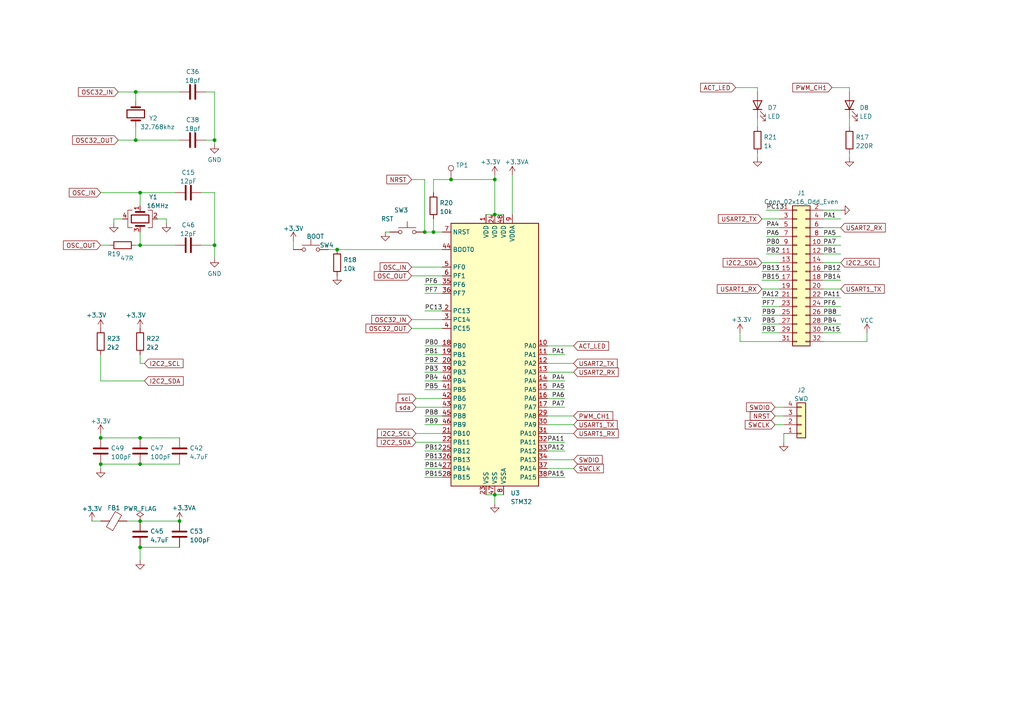
<source format=kicad_sch>
(kicad_sch (version 20211123) (generator eeschema)

  (uuid d82a06ec-2d96-497f-a2f5-0af7f54b6a9a)

  (paper "A4")

  (title_block
    (title "OzzyBoard")
    (date "2023-03-10")
    (rev "0.91")
  )

  (lib_symbols
    (symbol "Connector:TestPoint" (pin_numbers hide) (pin_names (offset 0.762) hide) (in_bom yes) (on_board yes)
      (property "Reference" "TP" (id 0) (at 0 6.858 0)
        (effects (font (size 1.27 1.27)))
      )
      (property "Value" "TestPoint" (id 1) (at 0 5.08 0)
        (effects (font (size 1.27 1.27)))
      )
      (property "Footprint" "" (id 2) (at 5.08 0 0)
        (effects (font (size 1.27 1.27)) hide)
      )
      (property "Datasheet" "~" (id 3) (at 5.08 0 0)
        (effects (font (size 1.27 1.27)) hide)
      )
      (property "ki_keywords" "test point tp" (id 4) (at 0 0 0)
        (effects (font (size 1.27 1.27)) hide)
      )
      (property "ki_description" "test point" (id 5) (at 0 0 0)
        (effects (font (size 1.27 1.27)) hide)
      )
      (property "ki_fp_filters" "Pin* Test*" (id 6) (at 0 0 0)
        (effects (font (size 1.27 1.27)) hide)
      )
      (symbol "TestPoint_0_1"
        (circle (center 0 3.302) (radius 0.762)
          (stroke (width 0) (type default) (color 0 0 0 0))
          (fill (type none))
        )
      )
      (symbol "TestPoint_1_1"
        (pin passive line (at 0 0 90) (length 2.54)
          (name "1" (effects (font (size 1.27 1.27))))
          (number "1" (effects (font (size 1.27 1.27))))
        )
      )
    )
    (symbol "Connector_Generic:Conn_01x04" (pin_names (offset 1.016) hide) (in_bom yes) (on_board yes)
      (property "Reference" "J" (id 0) (at 0 5.08 0)
        (effects (font (size 1.27 1.27)))
      )
      (property "Value" "Conn_01x04" (id 1) (at 0 -7.62 0)
        (effects (font (size 1.27 1.27)))
      )
      (property "Footprint" "" (id 2) (at 0 0 0)
        (effects (font (size 1.27 1.27)) hide)
      )
      (property "Datasheet" "~" (id 3) (at 0 0 0)
        (effects (font (size 1.27 1.27)) hide)
      )
      (property "ki_keywords" "connector" (id 4) (at 0 0 0)
        (effects (font (size 1.27 1.27)) hide)
      )
      (property "ki_description" "Generic connector, single row, 01x04, script generated (kicad-library-utils/schlib/autogen/connector/)" (id 5) (at 0 0 0)
        (effects (font (size 1.27 1.27)) hide)
      )
      (property "ki_fp_filters" "Connector*:*_1x??_*" (id 6) (at 0 0 0)
        (effects (font (size 1.27 1.27)) hide)
      )
      (symbol "Conn_01x04_1_1"
        (rectangle (start -1.27 -4.953) (end 0 -5.207)
          (stroke (width 0.1524) (type default) (color 0 0 0 0))
          (fill (type none))
        )
        (rectangle (start -1.27 -2.413) (end 0 -2.667)
          (stroke (width 0.1524) (type default) (color 0 0 0 0))
          (fill (type none))
        )
        (rectangle (start -1.27 0.127) (end 0 -0.127)
          (stroke (width 0.1524) (type default) (color 0 0 0 0))
          (fill (type none))
        )
        (rectangle (start -1.27 2.667) (end 0 2.413)
          (stroke (width 0.1524) (type default) (color 0 0 0 0))
          (fill (type none))
        )
        (rectangle (start -1.27 3.81) (end 1.27 -6.35)
          (stroke (width 0.254) (type default) (color 0 0 0 0))
          (fill (type background))
        )
        (pin passive line (at -5.08 2.54 0) (length 3.81)
          (name "Pin_1" (effects (font (size 1.27 1.27))))
          (number "1" (effects (font (size 1.27 1.27))))
        )
        (pin passive line (at -5.08 0 0) (length 3.81)
          (name "Pin_2" (effects (font (size 1.27 1.27))))
          (number "2" (effects (font (size 1.27 1.27))))
        )
        (pin passive line (at -5.08 -2.54 0) (length 3.81)
          (name "Pin_3" (effects (font (size 1.27 1.27))))
          (number "3" (effects (font (size 1.27 1.27))))
        )
        (pin passive line (at -5.08 -5.08 0) (length 3.81)
          (name "Pin_4" (effects (font (size 1.27 1.27))))
          (number "4" (effects (font (size 1.27 1.27))))
        )
      )
    )
    (symbol "Connector_Generic:Conn_02x16_Odd_Even" (pin_names (offset 1.016) hide) (in_bom yes) (on_board yes)
      (property "Reference" "J" (id 0) (at 1.27 20.32 0)
        (effects (font (size 1.27 1.27)))
      )
      (property "Value" "Conn_02x16_Odd_Even" (id 1) (at 1.27 -22.86 0)
        (effects (font (size 1.27 1.27)))
      )
      (property "Footprint" "" (id 2) (at 0 0 0)
        (effects (font (size 1.27 1.27)) hide)
      )
      (property "Datasheet" "~" (id 3) (at 0 0 0)
        (effects (font (size 1.27 1.27)) hide)
      )
      (property "ki_keywords" "connector" (id 4) (at 0 0 0)
        (effects (font (size 1.27 1.27)) hide)
      )
      (property "ki_description" "Generic connector, double row, 02x16, odd/even pin numbering scheme (row 1 odd numbers, row 2 even numbers), script generated (kicad-library-utils/schlib/autogen/connector/)" (id 5) (at 0 0 0)
        (effects (font (size 1.27 1.27)) hide)
      )
      (property "ki_fp_filters" "Connector*:*_2x??_*" (id 6) (at 0 0 0)
        (effects (font (size 1.27 1.27)) hide)
      )
      (symbol "Conn_02x16_Odd_Even_1_1"
        (rectangle (start -1.27 -20.193) (end 0 -20.447)
          (stroke (width 0.1524) (type default) (color 0 0 0 0))
          (fill (type none))
        )
        (rectangle (start -1.27 -17.653) (end 0 -17.907)
          (stroke (width 0.1524) (type default) (color 0 0 0 0))
          (fill (type none))
        )
        (rectangle (start -1.27 -15.113) (end 0 -15.367)
          (stroke (width 0.1524) (type default) (color 0 0 0 0))
          (fill (type none))
        )
        (rectangle (start -1.27 -12.573) (end 0 -12.827)
          (stroke (width 0.1524) (type default) (color 0 0 0 0))
          (fill (type none))
        )
        (rectangle (start -1.27 -10.033) (end 0 -10.287)
          (stroke (width 0.1524) (type default) (color 0 0 0 0))
          (fill (type none))
        )
        (rectangle (start -1.27 -7.493) (end 0 -7.747)
          (stroke (width 0.1524) (type default) (color 0 0 0 0))
          (fill (type none))
        )
        (rectangle (start -1.27 -4.953) (end 0 -5.207)
          (stroke (width 0.1524) (type default) (color 0 0 0 0))
          (fill (type none))
        )
        (rectangle (start -1.27 -2.413) (end 0 -2.667)
          (stroke (width 0.1524) (type default) (color 0 0 0 0))
          (fill (type none))
        )
        (rectangle (start -1.27 0.127) (end 0 -0.127)
          (stroke (width 0.1524) (type default) (color 0 0 0 0))
          (fill (type none))
        )
        (rectangle (start -1.27 2.667) (end 0 2.413)
          (stroke (width 0.1524) (type default) (color 0 0 0 0))
          (fill (type none))
        )
        (rectangle (start -1.27 5.207) (end 0 4.953)
          (stroke (width 0.1524) (type default) (color 0 0 0 0))
          (fill (type none))
        )
        (rectangle (start -1.27 7.747) (end 0 7.493)
          (stroke (width 0.1524) (type default) (color 0 0 0 0))
          (fill (type none))
        )
        (rectangle (start -1.27 10.287) (end 0 10.033)
          (stroke (width 0.1524) (type default) (color 0 0 0 0))
          (fill (type none))
        )
        (rectangle (start -1.27 12.827) (end 0 12.573)
          (stroke (width 0.1524) (type default) (color 0 0 0 0))
          (fill (type none))
        )
        (rectangle (start -1.27 15.367) (end 0 15.113)
          (stroke (width 0.1524) (type default) (color 0 0 0 0))
          (fill (type none))
        )
        (rectangle (start -1.27 17.907) (end 0 17.653)
          (stroke (width 0.1524) (type default) (color 0 0 0 0))
          (fill (type none))
        )
        (rectangle (start -1.27 19.05) (end 3.81 -21.59)
          (stroke (width 0.254) (type default) (color 0 0 0 0))
          (fill (type background))
        )
        (rectangle (start 3.81 -20.193) (end 2.54 -20.447)
          (stroke (width 0.1524) (type default) (color 0 0 0 0))
          (fill (type none))
        )
        (rectangle (start 3.81 -17.653) (end 2.54 -17.907)
          (stroke (width 0.1524) (type default) (color 0 0 0 0))
          (fill (type none))
        )
        (rectangle (start 3.81 -15.113) (end 2.54 -15.367)
          (stroke (width 0.1524) (type default) (color 0 0 0 0))
          (fill (type none))
        )
        (rectangle (start 3.81 -12.573) (end 2.54 -12.827)
          (stroke (width 0.1524) (type default) (color 0 0 0 0))
          (fill (type none))
        )
        (rectangle (start 3.81 -10.033) (end 2.54 -10.287)
          (stroke (width 0.1524) (type default) (color 0 0 0 0))
          (fill (type none))
        )
        (rectangle (start 3.81 -7.493) (end 2.54 -7.747)
          (stroke (width 0.1524) (type default) (color 0 0 0 0))
          (fill (type none))
        )
        (rectangle (start 3.81 -4.953) (end 2.54 -5.207)
          (stroke (width 0.1524) (type default) (color 0 0 0 0))
          (fill (type none))
        )
        (rectangle (start 3.81 -2.413) (end 2.54 -2.667)
          (stroke (width 0.1524) (type default) (color 0 0 0 0))
          (fill (type none))
        )
        (rectangle (start 3.81 0.127) (end 2.54 -0.127)
          (stroke (width 0.1524) (type default) (color 0 0 0 0))
          (fill (type none))
        )
        (rectangle (start 3.81 2.667) (end 2.54 2.413)
          (stroke (width 0.1524) (type default) (color 0 0 0 0))
          (fill (type none))
        )
        (rectangle (start 3.81 5.207) (end 2.54 4.953)
          (stroke (width 0.1524) (type default) (color 0 0 0 0))
          (fill (type none))
        )
        (rectangle (start 3.81 7.747) (end 2.54 7.493)
          (stroke (width 0.1524) (type default) (color 0 0 0 0))
          (fill (type none))
        )
        (rectangle (start 3.81 10.287) (end 2.54 10.033)
          (stroke (width 0.1524) (type default) (color 0 0 0 0))
          (fill (type none))
        )
        (rectangle (start 3.81 12.827) (end 2.54 12.573)
          (stroke (width 0.1524) (type default) (color 0 0 0 0))
          (fill (type none))
        )
        (rectangle (start 3.81 15.367) (end 2.54 15.113)
          (stroke (width 0.1524) (type default) (color 0 0 0 0))
          (fill (type none))
        )
        (rectangle (start 3.81 17.907) (end 2.54 17.653)
          (stroke (width 0.1524) (type default) (color 0 0 0 0))
          (fill (type none))
        )
        (pin passive line (at -5.08 17.78 0) (length 3.81)
          (name "Pin_1" (effects (font (size 1.27 1.27))))
          (number "1" (effects (font (size 1.27 1.27))))
        )
        (pin passive line (at 7.62 7.62 180) (length 3.81)
          (name "Pin_10" (effects (font (size 1.27 1.27))))
          (number "10" (effects (font (size 1.27 1.27))))
        )
        (pin passive line (at -5.08 5.08 0) (length 3.81)
          (name "Pin_11" (effects (font (size 1.27 1.27))))
          (number "11" (effects (font (size 1.27 1.27))))
        )
        (pin passive line (at 7.62 5.08 180) (length 3.81)
          (name "Pin_12" (effects (font (size 1.27 1.27))))
          (number "12" (effects (font (size 1.27 1.27))))
        )
        (pin passive line (at -5.08 2.54 0) (length 3.81)
          (name "Pin_13" (effects (font (size 1.27 1.27))))
          (number "13" (effects (font (size 1.27 1.27))))
        )
        (pin passive line (at 7.62 2.54 180) (length 3.81)
          (name "Pin_14" (effects (font (size 1.27 1.27))))
          (number "14" (effects (font (size 1.27 1.27))))
        )
        (pin passive line (at -5.08 0 0) (length 3.81)
          (name "Pin_15" (effects (font (size 1.27 1.27))))
          (number "15" (effects (font (size 1.27 1.27))))
        )
        (pin passive line (at 7.62 0 180) (length 3.81)
          (name "Pin_16" (effects (font (size 1.27 1.27))))
          (number "16" (effects (font (size 1.27 1.27))))
        )
        (pin passive line (at -5.08 -2.54 0) (length 3.81)
          (name "Pin_17" (effects (font (size 1.27 1.27))))
          (number "17" (effects (font (size 1.27 1.27))))
        )
        (pin passive line (at 7.62 -2.54 180) (length 3.81)
          (name "Pin_18" (effects (font (size 1.27 1.27))))
          (number "18" (effects (font (size 1.27 1.27))))
        )
        (pin passive line (at -5.08 -5.08 0) (length 3.81)
          (name "Pin_19" (effects (font (size 1.27 1.27))))
          (number "19" (effects (font (size 1.27 1.27))))
        )
        (pin passive line (at 7.62 17.78 180) (length 3.81)
          (name "Pin_2" (effects (font (size 1.27 1.27))))
          (number "2" (effects (font (size 1.27 1.27))))
        )
        (pin passive line (at 7.62 -5.08 180) (length 3.81)
          (name "Pin_20" (effects (font (size 1.27 1.27))))
          (number "20" (effects (font (size 1.27 1.27))))
        )
        (pin passive line (at -5.08 -7.62 0) (length 3.81)
          (name "Pin_21" (effects (font (size 1.27 1.27))))
          (number "21" (effects (font (size 1.27 1.27))))
        )
        (pin passive line (at 7.62 -7.62 180) (length 3.81)
          (name "Pin_22" (effects (font (size 1.27 1.27))))
          (number "22" (effects (font (size 1.27 1.27))))
        )
        (pin passive line (at -5.08 -10.16 0) (length 3.81)
          (name "Pin_23" (effects (font (size 1.27 1.27))))
          (number "23" (effects (font (size 1.27 1.27))))
        )
        (pin passive line (at 7.62 -10.16 180) (length 3.81)
          (name "Pin_24" (effects (font (size 1.27 1.27))))
          (number "24" (effects (font (size 1.27 1.27))))
        )
        (pin passive line (at -5.08 -12.7 0) (length 3.81)
          (name "Pin_25" (effects (font (size 1.27 1.27))))
          (number "25" (effects (font (size 1.27 1.27))))
        )
        (pin passive line (at 7.62 -12.7 180) (length 3.81)
          (name "Pin_26" (effects (font (size 1.27 1.27))))
          (number "26" (effects (font (size 1.27 1.27))))
        )
        (pin passive line (at -5.08 -15.24 0) (length 3.81)
          (name "Pin_27" (effects (font (size 1.27 1.27))))
          (number "27" (effects (font (size 1.27 1.27))))
        )
        (pin passive line (at 7.62 -15.24 180) (length 3.81)
          (name "Pin_28" (effects (font (size 1.27 1.27))))
          (number "28" (effects (font (size 1.27 1.27))))
        )
        (pin passive line (at -5.08 -17.78 0) (length 3.81)
          (name "Pin_29" (effects (font (size 1.27 1.27))))
          (number "29" (effects (font (size 1.27 1.27))))
        )
        (pin passive line (at -5.08 15.24 0) (length 3.81)
          (name "Pin_3" (effects (font (size 1.27 1.27))))
          (number "3" (effects (font (size 1.27 1.27))))
        )
        (pin passive line (at 7.62 -17.78 180) (length 3.81)
          (name "Pin_30" (effects (font (size 1.27 1.27))))
          (number "30" (effects (font (size 1.27 1.27))))
        )
        (pin passive line (at -5.08 -20.32 0) (length 3.81)
          (name "Pin_31" (effects (font (size 1.27 1.27))))
          (number "31" (effects (font (size 1.27 1.27))))
        )
        (pin passive line (at 7.62 -20.32 180) (length 3.81)
          (name "Pin_32" (effects (font (size 1.27 1.27))))
          (number "32" (effects (font (size 1.27 1.27))))
        )
        (pin passive line (at 7.62 15.24 180) (length 3.81)
          (name "Pin_4" (effects (font (size 1.27 1.27))))
          (number "4" (effects (font (size 1.27 1.27))))
        )
        (pin passive line (at -5.08 12.7 0) (length 3.81)
          (name "Pin_5" (effects (font (size 1.27 1.27))))
          (number "5" (effects (font (size 1.27 1.27))))
        )
        (pin passive line (at 7.62 12.7 180) (length 3.81)
          (name "Pin_6" (effects (font (size 1.27 1.27))))
          (number "6" (effects (font (size 1.27 1.27))))
        )
        (pin passive line (at -5.08 10.16 0) (length 3.81)
          (name "Pin_7" (effects (font (size 1.27 1.27))))
          (number "7" (effects (font (size 1.27 1.27))))
        )
        (pin passive line (at 7.62 10.16 180) (length 3.81)
          (name "Pin_8" (effects (font (size 1.27 1.27))))
          (number "8" (effects (font (size 1.27 1.27))))
        )
        (pin passive line (at -5.08 7.62 0) (length 3.81)
          (name "Pin_9" (effects (font (size 1.27 1.27))))
          (number "9" (effects (font (size 1.27 1.27))))
        )
      )
    )
    (symbol "Device:C" (pin_numbers hide) (pin_names (offset 0.254)) (in_bom yes) (on_board yes)
      (property "Reference" "C" (id 0) (at 0.635 2.54 0)
        (effects (font (size 1.27 1.27)) (justify left))
      )
      (property "Value" "C" (id 1) (at 0.635 -2.54 0)
        (effects (font (size 1.27 1.27)) (justify left))
      )
      (property "Footprint" "" (id 2) (at 0.9652 -3.81 0)
        (effects (font (size 1.27 1.27)) hide)
      )
      (property "Datasheet" "~" (id 3) (at 0 0 0)
        (effects (font (size 1.27 1.27)) hide)
      )
      (property "ki_keywords" "cap capacitor" (id 4) (at 0 0 0)
        (effects (font (size 1.27 1.27)) hide)
      )
      (property "ki_description" "Unpolarized capacitor" (id 5) (at 0 0 0)
        (effects (font (size 1.27 1.27)) hide)
      )
      (property "ki_fp_filters" "C_*" (id 6) (at 0 0 0)
        (effects (font (size 1.27 1.27)) hide)
      )
      (symbol "C_0_1"
        (polyline
          (pts
            (xy -2.032 -0.762)
            (xy 2.032 -0.762)
          )
          (stroke (width 0.508) (type default) (color 0 0 0 0))
          (fill (type none))
        )
        (polyline
          (pts
            (xy -2.032 0.762)
            (xy 2.032 0.762)
          )
          (stroke (width 0.508) (type default) (color 0 0 0 0))
          (fill (type none))
        )
      )
      (symbol "C_1_1"
        (pin passive line (at 0 3.81 270) (length 2.794)
          (name "~" (effects (font (size 1.27 1.27))))
          (number "1" (effects (font (size 1.27 1.27))))
        )
        (pin passive line (at 0 -3.81 90) (length 2.794)
          (name "~" (effects (font (size 1.27 1.27))))
          (number "2" (effects (font (size 1.27 1.27))))
        )
      )
    )
    (symbol "Device:Crystal" (pin_numbers hide) (pin_names (offset 1.016) hide) (in_bom yes) (on_board yes)
      (property "Reference" "Y" (id 0) (at 0 3.81 0)
        (effects (font (size 1.27 1.27)))
      )
      (property "Value" "Crystal" (id 1) (at 0 -3.81 0)
        (effects (font (size 1.27 1.27)))
      )
      (property "Footprint" "" (id 2) (at 0 0 0)
        (effects (font (size 1.27 1.27)) hide)
      )
      (property "Datasheet" "~" (id 3) (at 0 0 0)
        (effects (font (size 1.27 1.27)) hide)
      )
      (property "ki_keywords" "quartz ceramic resonator oscillator" (id 4) (at 0 0 0)
        (effects (font (size 1.27 1.27)) hide)
      )
      (property "ki_description" "Two pin crystal" (id 5) (at 0 0 0)
        (effects (font (size 1.27 1.27)) hide)
      )
      (property "ki_fp_filters" "Crystal*" (id 6) (at 0 0 0)
        (effects (font (size 1.27 1.27)) hide)
      )
      (symbol "Crystal_0_1"
        (rectangle (start -1.143 2.54) (end 1.143 -2.54)
          (stroke (width 0.3048) (type default) (color 0 0 0 0))
          (fill (type none))
        )
        (polyline
          (pts
            (xy -2.54 0)
            (xy -1.905 0)
          )
          (stroke (width 0) (type default) (color 0 0 0 0))
          (fill (type none))
        )
        (polyline
          (pts
            (xy -1.905 -1.27)
            (xy -1.905 1.27)
          )
          (stroke (width 0.508) (type default) (color 0 0 0 0))
          (fill (type none))
        )
        (polyline
          (pts
            (xy 1.905 -1.27)
            (xy 1.905 1.27)
          )
          (stroke (width 0.508) (type default) (color 0 0 0 0))
          (fill (type none))
        )
        (polyline
          (pts
            (xy 2.54 0)
            (xy 1.905 0)
          )
          (stroke (width 0) (type default) (color 0 0 0 0))
          (fill (type none))
        )
      )
      (symbol "Crystal_1_1"
        (pin passive line (at -3.81 0 0) (length 1.27)
          (name "1" (effects (font (size 1.27 1.27))))
          (number "1" (effects (font (size 1.27 1.27))))
        )
        (pin passive line (at 3.81 0 180) (length 1.27)
          (name "2" (effects (font (size 1.27 1.27))))
          (number "2" (effects (font (size 1.27 1.27))))
        )
      )
    )
    (symbol "Device:Crystal_GND24" (pin_names (offset 1.016) hide) (in_bom yes) (on_board yes)
      (property "Reference" "Y" (id 0) (at 3.175 5.08 0)
        (effects (font (size 1.27 1.27)) (justify left))
      )
      (property "Value" "Crystal_GND24" (id 1) (at 3.175 3.175 0)
        (effects (font (size 1.27 1.27)) (justify left))
      )
      (property "Footprint" "" (id 2) (at 0 0 0)
        (effects (font (size 1.27 1.27)) hide)
      )
      (property "Datasheet" "~" (id 3) (at 0 0 0)
        (effects (font (size 1.27 1.27)) hide)
      )
      (property "ki_keywords" "quartz ceramic resonator oscillator" (id 4) (at 0 0 0)
        (effects (font (size 1.27 1.27)) hide)
      )
      (property "ki_description" "Four pin crystal, GND on pins 2 and 4" (id 5) (at 0 0 0)
        (effects (font (size 1.27 1.27)) hide)
      )
      (property "ki_fp_filters" "Crystal*" (id 6) (at 0 0 0)
        (effects (font (size 1.27 1.27)) hide)
      )
      (symbol "Crystal_GND24_0_1"
        (rectangle (start -1.143 2.54) (end 1.143 -2.54)
          (stroke (width 0.3048) (type default) (color 0 0 0 0))
          (fill (type none))
        )
        (polyline
          (pts
            (xy -2.54 0)
            (xy -2.032 0)
          )
          (stroke (width 0) (type default) (color 0 0 0 0))
          (fill (type none))
        )
        (polyline
          (pts
            (xy -2.032 -1.27)
            (xy -2.032 1.27)
          )
          (stroke (width 0.508) (type default) (color 0 0 0 0))
          (fill (type none))
        )
        (polyline
          (pts
            (xy 0 -3.81)
            (xy 0 -3.556)
          )
          (stroke (width 0) (type default) (color 0 0 0 0))
          (fill (type none))
        )
        (polyline
          (pts
            (xy 0 3.556)
            (xy 0 3.81)
          )
          (stroke (width 0) (type default) (color 0 0 0 0))
          (fill (type none))
        )
        (polyline
          (pts
            (xy 2.032 -1.27)
            (xy 2.032 1.27)
          )
          (stroke (width 0.508) (type default) (color 0 0 0 0))
          (fill (type none))
        )
        (polyline
          (pts
            (xy 2.032 0)
            (xy 2.54 0)
          )
          (stroke (width 0) (type default) (color 0 0 0 0))
          (fill (type none))
        )
        (polyline
          (pts
            (xy -2.54 -2.286)
            (xy -2.54 -3.556)
            (xy 2.54 -3.556)
            (xy 2.54 -2.286)
          )
          (stroke (width 0) (type default) (color 0 0 0 0))
          (fill (type none))
        )
        (polyline
          (pts
            (xy -2.54 2.286)
            (xy -2.54 3.556)
            (xy 2.54 3.556)
            (xy 2.54 2.286)
          )
          (stroke (width 0) (type default) (color 0 0 0 0))
          (fill (type none))
        )
      )
      (symbol "Crystal_GND24_1_1"
        (pin passive line (at -3.81 0 0) (length 1.27)
          (name "1" (effects (font (size 1.27 1.27))))
          (number "1" (effects (font (size 1.27 1.27))))
        )
        (pin passive line (at 0 5.08 270) (length 1.27)
          (name "2" (effects (font (size 1.27 1.27))))
          (number "2" (effects (font (size 1.27 1.27))))
        )
        (pin passive line (at 3.81 0 180) (length 1.27)
          (name "3" (effects (font (size 1.27 1.27))))
          (number "3" (effects (font (size 1.27 1.27))))
        )
        (pin passive line (at 0 -5.08 90) (length 1.27)
          (name "4" (effects (font (size 1.27 1.27))))
          (number "4" (effects (font (size 1.27 1.27))))
        )
      )
    )
    (symbol "Device:FerriteBead" (pin_numbers hide) (pin_names (offset 0)) (in_bom yes) (on_board yes)
      (property "Reference" "FB" (id 0) (at -3.81 0.635 90)
        (effects (font (size 1.27 1.27)))
      )
      (property "Value" "FerriteBead" (id 1) (at 3.81 0 90)
        (effects (font (size 1.27 1.27)))
      )
      (property "Footprint" "" (id 2) (at -1.778 0 90)
        (effects (font (size 1.27 1.27)) hide)
      )
      (property "Datasheet" "~" (id 3) (at 0 0 0)
        (effects (font (size 1.27 1.27)) hide)
      )
      (property "ki_keywords" "L ferrite bead inductor filter" (id 4) (at 0 0 0)
        (effects (font (size 1.27 1.27)) hide)
      )
      (property "ki_description" "Ferrite bead" (id 5) (at 0 0 0)
        (effects (font (size 1.27 1.27)) hide)
      )
      (property "ki_fp_filters" "Inductor_* L_* *Ferrite*" (id 6) (at 0 0 0)
        (effects (font (size 1.27 1.27)) hide)
      )
      (symbol "FerriteBead_0_1"
        (polyline
          (pts
            (xy 0 -1.27)
            (xy 0 -1.2192)
          )
          (stroke (width 0) (type default) (color 0 0 0 0))
          (fill (type none))
        )
        (polyline
          (pts
            (xy 0 1.27)
            (xy 0 1.2954)
          )
          (stroke (width 0) (type default) (color 0 0 0 0))
          (fill (type none))
        )
        (polyline
          (pts
            (xy -2.7686 0.4064)
            (xy -1.7018 2.2606)
            (xy 2.7686 -0.3048)
            (xy 1.6764 -2.159)
            (xy -2.7686 0.4064)
          )
          (stroke (width 0) (type default) (color 0 0 0 0))
          (fill (type none))
        )
      )
      (symbol "FerriteBead_1_1"
        (pin passive line (at 0 3.81 270) (length 2.54)
          (name "~" (effects (font (size 1.27 1.27))))
          (number "1" (effects (font (size 1.27 1.27))))
        )
        (pin passive line (at 0 -3.81 90) (length 2.54)
          (name "~" (effects (font (size 1.27 1.27))))
          (number "2" (effects (font (size 1.27 1.27))))
        )
      )
    )
    (symbol "Device:LED" (pin_numbers hide) (pin_names (offset 1.016) hide) (in_bom yes) (on_board yes)
      (property "Reference" "D" (id 0) (at 0 2.54 0)
        (effects (font (size 1.27 1.27)))
      )
      (property "Value" "LED" (id 1) (at 0 -2.54 0)
        (effects (font (size 1.27 1.27)))
      )
      (property "Footprint" "" (id 2) (at 0 0 0)
        (effects (font (size 1.27 1.27)) hide)
      )
      (property "Datasheet" "~" (id 3) (at 0 0 0)
        (effects (font (size 1.27 1.27)) hide)
      )
      (property "ki_keywords" "LED diode" (id 4) (at 0 0 0)
        (effects (font (size 1.27 1.27)) hide)
      )
      (property "ki_description" "Light emitting diode" (id 5) (at 0 0 0)
        (effects (font (size 1.27 1.27)) hide)
      )
      (property "ki_fp_filters" "LED* LED_SMD:* LED_THT:*" (id 6) (at 0 0 0)
        (effects (font (size 1.27 1.27)) hide)
      )
      (symbol "LED_0_1"
        (polyline
          (pts
            (xy -1.27 -1.27)
            (xy -1.27 1.27)
          )
          (stroke (width 0.254) (type default) (color 0 0 0 0))
          (fill (type none))
        )
        (polyline
          (pts
            (xy -1.27 0)
            (xy 1.27 0)
          )
          (stroke (width 0) (type default) (color 0 0 0 0))
          (fill (type none))
        )
        (polyline
          (pts
            (xy 1.27 -1.27)
            (xy 1.27 1.27)
            (xy -1.27 0)
            (xy 1.27 -1.27)
          )
          (stroke (width 0.254) (type default) (color 0 0 0 0))
          (fill (type none))
        )
        (polyline
          (pts
            (xy -3.048 -0.762)
            (xy -4.572 -2.286)
            (xy -3.81 -2.286)
            (xy -4.572 -2.286)
            (xy -4.572 -1.524)
          )
          (stroke (width 0) (type default) (color 0 0 0 0))
          (fill (type none))
        )
        (polyline
          (pts
            (xy -1.778 -0.762)
            (xy -3.302 -2.286)
            (xy -2.54 -2.286)
            (xy -3.302 -2.286)
            (xy -3.302 -1.524)
          )
          (stroke (width 0) (type default) (color 0 0 0 0))
          (fill (type none))
        )
      )
      (symbol "LED_1_1"
        (pin passive line (at -3.81 0 0) (length 2.54)
          (name "K" (effects (font (size 1.27 1.27))))
          (number "1" (effects (font (size 1.27 1.27))))
        )
        (pin passive line (at 3.81 0 180) (length 2.54)
          (name "A" (effects (font (size 1.27 1.27))))
          (number "2" (effects (font (size 1.27 1.27))))
        )
      )
    )
    (symbol "Device:R" (pin_numbers hide) (pin_names (offset 0)) (in_bom yes) (on_board yes)
      (property "Reference" "R" (id 0) (at 2.032 0 90)
        (effects (font (size 1.27 1.27)))
      )
      (property "Value" "R" (id 1) (at 0 0 90)
        (effects (font (size 1.27 1.27)))
      )
      (property "Footprint" "" (id 2) (at -1.778 0 90)
        (effects (font (size 1.27 1.27)) hide)
      )
      (property "Datasheet" "~" (id 3) (at 0 0 0)
        (effects (font (size 1.27 1.27)) hide)
      )
      (property "ki_keywords" "R res resistor" (id 4) (at 0 0 0)
        (effects (font (size 1.27 1.27)) hide)
      )
      (property "ki_description" "Resistor" (id 5) (at 0 0 0)
        (effects (font (size 1.27 1.27)) hide)
      )
      (property "ki_fp_filters" "R_*" (id 6) (at 0 0 0)
        (effects (font (size 1.27 1.27)) hide)
      )
      (symbol "R_0_1"
        (rectangle (start -1.016 -2.54) (end 1.016 2.54)
          (stroke (width 0.254) (type default) (color 0 0 0 0))
          (fill (type none))
        )
      )
      (symbol "R_1_1"
        (pin passive line (at 0 3.81 270) (length 1.27)
          (name "~" (effects (font (size 1.27 1.27))))
          (number "1" (effects (font (size 1.27 1.27))))
        )
        (pin passive line (at 0 -3.81 90) (length 1.27)
          (name "~" (effects (font (size 1.27 1.27))))
          (number "2" (effects (font (size 1.27 1.27))))
        )
      )
    )
    (symbol "MCU_ST_STM32F0:STM32F030C8Tx" (in_bom yes) (on_board yes)
      (property "Reference" "U" (id 0) (at -12.7 39.37 0)
        (effects (font (size 1.27 1.27)) (justify left))
      )
      (property "Value" "STM32F030C8Tx" (id 1) (at 7.62 39.37 0)
        (effects (font (size 1.27 1.27)) (justify left))
      )
      (property "Footprint" "Package_QFP:LQFP-48_7x7mm_P0.5mm" (id 2) (at -12.7 -38.1 0)
        (effects (font (size 1.27 1.27)) (justify right) hide)
      )
      (property "Datasheet" "http://www.st.com/st-web-ui/static/active/en/resource/technical/document/datasheet/DM00088500.pdf" (id 3) (at 0 0 0)
        (effects (font (size 1.27 1.27)) hide)
      )
      (property "ki_keywords" "ARM Cortex-M0 STM32F0 STM32F0x0 Value Line" (id 4) (at 0 0 0)
        (effects (font (size 1.27 1.27)) hide)
      )
      (property "ki_description" "ARM Cortex-M0 MCU, 64KB flash, 8KB RAM, 48MHz, 2.4-3.6V, 39 GPIO, LQFP-48" (id 5) (at 0 0 0)
        (effects (font (size 1.27 1.27)) hide)
      )
      (property "ki_fp_filters" "LQFP*7x7mm*P0.5mm*" (id 6) (at 0 0 0)
        (effects (font (size 1.27 1.27)) hide)
      )
      (symbol "STM32F030C8Tx_0_1"
        (rectangle (start -12.7 -38.1) (end 12.7 38.1)
          (stroke (width 0.254) (type default) (color 0 0 0 0))
          (fill (type background))
        )
      )
      (symbol "STM32F030C8Tx_1_1"
        (pin power_in line (at -2.54 40.64 270) (length 2.54)
          (name "VDD" (effects (font (size 1.27 1.27))))
          (number "1" (effects (font (size 1.27 1.27))))
        )
        (pin bidirectional line (at 15.24 2.54 180) (length 2.54)
          (name "PA0" (effects (font (size 1.27 1.27))))
          (number "10" (effects (font (size 1.27 1.27))))
        )
        (pin bidirectional line (at 15.24 0 180) (length 2.54)
          (name "PA1" (effects (font (size 1.27 1.27))))
          (number "11" (effects (font (size 1.27 1.27))))
        )
        (pin bidirectional line (at 15.24 -2.54 180) (length 2.54)
          (name "PA2" (effects (font (size 1.27 1.27))))
          (number "12" (effects (font (size 1.27 1.27))))
        )
        (pin bidirectional line (at 15.24 -5.08 180) (length 2.54)
          (name "PA3" (effects (font (size 1.27 1.27))))
          (number "13" (effects (font (size 1.27 1.27))))
        )
        (pin bidirectional line (at 15.24 -7.62 180) (length 2.54)
          (name "PA4" (effects (font (size 1.27 1.27))))
          (number "14" (effects (font (size 1.27 1.27))))
        )
        (pin bidirectional line (at 15.24 -10.16 180) (length 2.54)
          (name "PA5" (effects (font (size 1.27 1.27))))
          (number "15" (effects (font (size 1.27 1.27))))
        )
        (pin bidirectional line (at 15.24 -12.7 180) (length 2.54)
          (name "PA6" (effects (font (size 1.27 1.27))))
          (number "16" (effects (font (size 1.27 1.27))))
        )
        (pin bidirectional line (at 15.24 -15.24 180) (length 2.54)
          (name "PA7" (effects (font (size 1.27 1.27))))
          (number "17" (effects (font (size 1.27 1.27))))
        )
        (pin bidirectional line (at -15.24 2.54 0) (length 2.54)
          (name "PB0" (effects (font (size 1.27 1.27))))
          (number "18" (effects (font (size 1.27 1.27))))
        )
        (pin bidirectional line (at -15.24 0 0) (length 2.54)
          (name "PB1" (effects (font (size 1.27 1.27))))
          (number "19" (effects (font (size 1.27 1.27))))
        )
        (pin bidirectional line (at -15.24 12.7 0) (length 2.54)
          (name "PC13" (effects (font (size 1.27 1.27))))
          (number "2" (effects (font (size 1.27 1.27))))
        )
        (pin bidirectional line (at -15.24 -2.54 0) (length 2.54)
          (name "PB2" (effects (font (size 1.27 1.27))))
          (number "20" (effects (font (size 1.27 1.27))))
        )
        (pin bidirectional line (at -15.24 -22.86 0) (length 2.54)
          (name "PB10" (effects (font (size 1.27 1.27))))
          (number "21" (effects (font (size 1.27 1.27))))
        )
        (pin bidirectional line (at -15.24 -25.4 0) (length 2.54)
          (name "PB11" (effects (font (size 1.27 1.27))))
          (number "22" (effects (font (size 1.27 1.27))))
        )
        (pin power_in line (at -2.54 -40.64 90) (length 2.54)
          (name "VSS" (effects (font (size 1.27 1.27))))
          (number "23" (effects (font (size 1.27 1.27))))
        )
        (pin power_in line (at 0 40.64 270) (length 2.54)
          (name "VDD" (effects (font (size 1.27 1.27))))
          (number "24" (effects (font (size 1.27 1.27))))
        )
        (pin bidirectional line (at -15.24 -27.94 0) (length 2.54)
          (name "PB12" (effects (font (size 1.27 1.27))))
          (number "25" (effects (font (size 1.27 1.27))))
        )
        (pin bidirectional line (at -15.24 -30.48 0) (length 2.54)
          (name "PB13" (effects (font (size 1.27 1.27))))
          (number "26" (effects (font (size 1.27 1.27))))
        )
        (pin bidirectional line (at -15.24 -33.02 0) (length 2.54)
          (name "PB14" (effects (font (size 1.27 1.27))))
          (number "27" (effects (font (size 1.27 1.27))))
        )
        (pin bidirectional line (at -15.24 -35.56 0) (length 2.54)
          (name "PB15" (effects (font (size 1.27 1.27))))
          (number "28" (effects (font (size 1.27 1.27))))
        )
        (pin bidirectional line (at 15.24 -17.78 180) (length 2.54)
          (name "PA8" (effects (font (size 1.27 1.27))))
          (number "29" (effects (font (size 1.27 1.27))))
        )
        (pin bidirectional line (at -15.24 10.16 0) (length 2.54)
          (name "PC14" (effects (font (size 1.27 1.27))))
          (number "3" (effects (font (size 1.27 1.27))))
        )
        (pin bidirectional line (at 15.24 -20.32 180) (length 2.54)
          (name "PA9" (effects (font (size 1.27 1.27))))
          (number "30" (effects (font (size 1.27 1.27))))
        )
        (pin bidirectional line (at 15.24 -22.86 180) (length 2.54)
          (name "PA10" (effects (font (size 1.27 1.27))))
          (number "31" (effects (font (size 1.27 1.27))))
        )
        (pin bidirectional line (at 15.24 -25.4 180) (length 2.54)
          (name "PA11" (effects (font (size 1.27 1.27))))
          (number "32" (effects (font (size 1.27 1.27))))
        )
        (pin bidirectional line (at 15.24 -27.94 180) (length 2.54)
          (name "PA12" (effects (font (size 1.27 1.27))))
          (number "33" (effects (font (size 1.27 1.27))))
        )
        (pin bidirectional line (at 15.24 -30.48 180) (length 2.54)
          (name "PA13" (effects (font (size 1.27 1.27))))
          (number "34" (effects (font (size 1.27 1.27))))
        )
        (pin bidirectional line (at -15.24 20.32 0) (length 2.54)
          (name "PF6" (effects (font (size 1.27 1.27))))
          (number "35" (effects (font (size 1.27 1.27))))
        )
        (pin bidirectional line (at -15.24 17.78 0) (length 2.54)
          (name "PF7" (effects (font (size 1.27 1.27))))
          (number "36" (effects (font (size 1.27 1.27))))
        )
        (pin bidirectional line (at 15.24 -33.02 180) (length 2.54)
          (name "PA14" (effects (font (size 1.27 1.27))))
          (number "37" (effects (font (size 1.27 1.27))))
        )
        (pin bidirectional line (at 15.24 -35.56 180) (length 2.54)
          (name "PA15" (effects (font (size 1.27 1.27))))
          (number "38" (effects (font (size 1.27 1.27))))
        )
        (pin bidirectional line (at -15.24 -5.08 0) (length 2.54)
          (name "PB3" (effects (font (size 1.27 1.27))))
          (number "39" (effects (font (size 1.27 1.27))))
        )
        (pin bidirectional line (at -15.24 7.62 0) (length 2.54)
          (name "PC15" (effects (font (size 1.27 1.27))))
          (number "4" (effects (font (size 1.27 1.27))))
        )
        (pin bidirectional line (at -15.24 -7.62 0) (length 2.54)
          (name "PB4" (effects (font (size 1.27 1.27))))
          (number "40" (effects (font (size 1.27 1.27))))
        )
        (pin bidirectional line (at -15.24 -10.16 0) (length 2.54)
          (name "PB5" (effects (font (size 1.27 1.27))))
          (number "41" (effects (font (size 1.27 1.27))))
        )
        (pin bidirectional line (at -15.24 -12.7 0) (length 2.54)
          (name "PB6" (effects (font (size 1.27 1.27))))
          (number "42" (effects (font (size 1.27 1.27))))
        )
        (pin bidirectional line (at -15.24 -15.24 0) (length 2.54)
          (name "PB7" (effects (font (size 1.27 1.27))))
          (number "43" (effects (font (size 1.27 1.27))))
        )
        (pin input line (at -15.24 30.48 0) (length 2.54)
          (name "BOOT0" (effects (font (size 1.27 1.27))))
          (number "44" (effects (font (size 1.27 1.27))))
        )
        (pin bidirectional line (at -15.24 -17.78 0) (length 2.54)
          (name "PB8" (effects (font (size 1.27 1.27))))
          (number "45" (effects (font (size 1.27 1.27))))
        )
        (pin bidirectional line (at -15.24 -20.32 0) (length 2.54)
          (name "PB9" (effects (font (size 1.27 1.27))))
          (number "46" (effects (font (size 1.27 1.27))))
        )
        (pin power_in line (at 0 -40.64 90) (length 2.54)
          (name "VSS" (effects (font (size 1.27 1.27))))
          (number "47" (effects (font (size 1.27 1.27))))
        )
        (pin power_in line (at 2.54 40.64 270) (length 2.54)
          (name "VDD" (effects (font (size 1.27 1.27))))
          (number "48" (effects (font (size 1.27 1.27))))
        )
        (pin input line (at -15.24 25.4 0) (length 2.54)
          (name "PF0" (effects (font (size 1.27 1.27))))
          (number "5" (effects (font (size 1.27 1.27))))
        )
        (pin input line (at -15.24 22.86 0) (length 2.54)
          (name "PF1" (effects (font (size 1.27 1.27))))
          (number "6" (effects (font (size 1.27 1.27))))
        )
        (pin input line (at -15.24 35.56 0) (length 2.54)
          (name "NRST" (effects (font (size 1.27 1.27))))
          (number "7" (effects (font (size 1.27 1.27))))
        )
        (pin power_in line (at 2.54 -40.64 90) (length 2.54)
          (name "VSSA" (effects (font (size 1.27 1.27))))
          (number "8" (effects (font (size 1.27 1.27))))
        )
        (pin power_in line (at 5.08 40.64 270) (length 2.54)
          (name "VDDA" (effects (font (size 1.27 1.27))))
          (number "9" (effects (font (size 1.27 1.27))))
        )
      )
    )
    (symbol "Switch:SW_Push" (pin_numbers hide) (pin_names (offset 1.016) hide) (in_bom yes) (on_board yes)
      (property "Reference" "SW" (id 0) (at 1.27 2.54 0)
        (effects (font (size 1.27 1.27)) (justify left))
      )
      (property "Value" "SW_Push" (id 1) (at 0 -1.524 0)
        (effects (font (size 1.27 1.27)))
      )
      (property "Footprint" "" (id 2) (at 0 5.08 0)
        (effects (font (size 1.27 1.27)) hide)
      )
      (property "Datasheet" "~" (id 3) (at 0 5.08 0)
        (effects (font (size 1.27 1.27)) hide)
      )
      (property "ki_keywords" "switch normally-open pushbutton push-button" (id 4) (at 0 0 0)
        (effects (font (size 1.27 1.27)) hide)
      )
      (property "ki_description" "Push button switch, generic, two pins" (id 5) (at 0 0 0)
        (effects (font (size 1.27 1.27)) hide)
      )
      (symbol "SW_Push_0_1"
        (circle (center -2.032 0) (radius 0.508)
          (stroke (width 0) (type default) (color 0 0 0 0))
          (fill (type none))
        )
        (polyline
          (pts
            (xy 0 1.27)
            (xy 0 3.048)
          )
          (stroke (width 0) (type default) (color 0 0 0 0))
          (fill (type none))
        )
        (polyline
          (pts
            (xy 2.54 1.27)
            (xy -2.54 1.27)
          )
          (stroke (width 0) (type default) (color 0 0 0 0))
          (fill (type none))
        )
        (circle (center 2.032 0) (radius 0.508)
          (stroke (width 0) (type default) (color 0 0 0 0))
          (fill (type none))
        )
        (pin passive line (at -5.08 0 0) (length 2.54)
          (name "1" (effects (font (size 1.27 1.27))))
          (number "1" (effects (font (size 1.27 1.27))))
        )
        (pin passive line (at 5.08 0 180) (length 2.54)
          (name "2" (effects (font (size 1.27 1.27))))
          (number "2" (effects (font (size 1.27 1.27))))
        )
      )
    )
    (symbol "power:+3.3V" (power) (pin_names (offset 0)) (in_bom yes) (on_board yes)
      (property "Reference" "#PWR" (id 0) (at 0 -3.81 0)
        (effects (font (size 1.27 1.27)) hide)
      )
      (property "Value" "+3.3V" (id 1) (at 0 3.556 0)
        (effects (font (size 1.27 1.27)))
      )
      (property "Footprint" "" (id 2) (at 0 0 0)
        (effects (font (size 1.27 1.27)) hide)
      )
      (property "Datasheet" "" (id 3) (at 0 0 0)
        (effects (font (size 1.27 1.27)) hide)
      )
      (property "ki_keywords" "power-flag" (id 4) (at 0 0 0)
        (effects (font (size 1.27 1.27)) hide)
      )
      (property "ki_description" "Power symbol creates a global label with name \"+3.3V\"" (id 5) (at 0 0 0)
        (effects (font (size 1.27 1.27)) hide)
      )
      (symbol "+3.3V_0_1"
        (polyline
          (pts
            (xy -0.762 1.27)
            (xy 0 2.54)
          )
          (stroke (width 0) (type default) (color 0 0 0 0))
          (fill (type none))
        )
        (polyline
          (pts
            (xy 0 0)
            (xy 0 2.54)
          )
          (stroke (width 0) (type default) (color 0 0 0 0))
          (fill (type none))
        )
        (polyline
          (pts
            (xy 0 2.54)
            (xy 0.762 1.27)
          )
          (stroke (width 0) (type default) (color 0 0 0 0))
          (fill (type none))
        )
      )
      (symbol "+3.3V_1_1"
        (pin power_in line (at 0 0 90) (length 0) hide
          (name "+3.3V" (effects (font (size 1.27 1.27))))
          (number "1" (effects (font (size 1.27 1.27))))
        )
      )
    )
    (symbol "power:+3.3VA" (power) (pin_names (offset 0)) (in_bom yes) (on_board yes)
      (property "Reference" "#PWR" (id 0) (at 0 -3.81 0)
        (effects (font (size 1.27 1.27)) hide)
      )
      (property "Value" "+3.3VA" (id 1) (at 0 3.556 0)
        (effects (font (size 1.27 1.27)))
      )
      (property "Footprint" "" (id 2) (at 0 0 0)
        (effects (font (size 1.27 1.27)) hide)
      )
      (property "Datasheet" "" (id 3) (at 0 0 0)
        (effects (font (size 1.27 1.27)) hide)
      )
      (property "ki_keywords" "power-flag" (id 4) (at 0 0 0)
        (effects (font (size 1.27 1.27)) hide)
      )
      (property "ki_description" "Power symbol creates a global label with name \"+3.3VA\"" (id 5) (at 0 0 0)
        (effects (font (size 1.27 1.27)) hide)
      )
      (symbol "+3.3VA_0_1"
        (polyline
          (pts
            (xy -0.762 1.27)
            (xy 0 2.54)
          )
          (stroke (width 0) (type default) (color 0 0 0 0))
          (fill (type none))
        )
        (polyline
          (pts
            (xy 0 0)
            (xy 0 2.54)
          )
          (stroke (width 0) (type default) (color 0 0 0 0))
          (fill (type none))
        )
        (polyline
          (pts
            (xy 0 2.54)
            (xy 0.762 1.27)
          )
          (stroke (width 0) (type default) (color 0 0 0 0))
          (fill (type none))
        )
      )
      (symbol "+3.3VA_1_1"
        (pin power_in line (at 0 0 90) (length 0) hide
          (name "+3.3VA" (effects (font (size 1.27 1.27))))
          (number "1" (effects (font (size 1.27 1.27))))
        )
      )
    )
    (symbol "power:GND" (power) (pin_names (offset 0)) (in_bom yes) (on_board yes)
      (property "Reference" "#PWR" (id 0) (at 0 -6.35 0)
        (effects (font (size 1.27 1.27)) hide)
      )
      (property "Value" "GND" (id 1) (at 0 -3.81 0)
        (effects (font (size 1.27 1.27)))
      )
      (property "Footprint" "" (id 2) (at 0 0 0)
        (effects (font (size 1.27 1.27)) hide)
      )
      (property "Datasheet" "" (id 3) (at 0 0 0)
        (effects (font (size 1.27 1.27)) hide)
      )
      (property "ki_keywords" "power-flag" (id 4) (at 0 0 0)
        (effects (font (size 1.27 1.27)) hide)
      )
      (property "ki_description" "Power symbol creates a global label with name \"GND\" , ground" (id 5) (at 0 0 0)
        (effects (font (size 1.27 1.27)) hide)
      )
      (symbol "GND_0_1"
        (polyline
          (pts
            (xy 0 0)
            (xy 0 -1.27)
            (xy 1.27 -1.27)
            (xy 0 -2.54)
            (xy -1.27 -1.27)
            (xy 0 -1.27)
          )
          (stroke (width 0) (type default) (color 0 0 0 0))
          (fill (type none))
        )
      )
      (symbol "GND_1_1"
        (pin power_in line (at 0 0 270) (length 0) hide
          (name "GND" (effects (font (size 1.27 1.27))))
          (number "1" (effects (font (size 1.27 1.27))))
        )
      )
    )
    (symbol "power:PWR_FLAG" (power) (pin_numbers hide) (pin_names (offset 0) hide) (in_bom yes) (on_board yes)
      (property "Reference" "#FLG" (id 0) (at 0 1.905 0)
        (effects (font (size 1.27 1.27)) hide)
      )
      (property "Value" "PWR_FLAG" (id 1) (at 0 3.81 0)
        (effects (font (size 1.27 1.27)))
      )
      (property "Footprint" "" (id 2) (at 0 0 0)
        (effects (font (size 1.27 1.27)) hide)
      )
      (property "Datasheet" "~" (id 3) (at 0 0 0)
        (effects (font (size 1.27 1.27)) hide)
      )
      (property "ki_keywords" "power-flag" (id 4) (at 0 0 0)
        (effects (font (size 1.27 1.27)) hide)
      )
      (property "ki_description" "Special symbol for telling ERC where power comes from" (id 5) (at 0 0 0)
        (effects (font (size 1.27 1.27)) hide)
      )
      (symbol "PWR_FLAG_0_0"
        (pin power_out line (at 0 0 90) (length 0)
          (name "pwr" (effects (font (size 1.27 1.27))))
          (number "1" (effects (font (size 1.27 1.27))))
        )
      )
      (symbol "PWR_FLAG_0_1"
        (polyline
          (pts
            (xy 0 0)
            (xy 0 1.27)
            (xy -1.016 1.905)
            (xy 0 2.54)
            (xy 1.016 1.905)
            (xy 0 1.27)
          )
          (stroke (width 0) (type default) (color 0 0 0 0))
          (fill (type none))
        )
      )
    )
    (symbol "power:VCC" (power) (pin_names (offset 0)) (in_bom yes) (on_board yes)
      (property "Reference" "#PWR" (id 0) (at 0 -3.81 0)
        (effects (font (size 1.27 1.27)) hide)
      )
      (property "Value" "VCC" (id 1) (at 0 3.81 0)
        (effects (font (size 1.27 1.27)))
      )
      (property "Footprint" "" (id 2) (at 0 0 0)
        (effects (font (size 1.27 1.27)) hide)
      )
      (property "Datasheet" "" (id 3) (at 0 0 0)
        (effects (font (size 1.27 1.27)) hide)
      )
      (property "ki_keywords" "power-flag" (id 4) (at 0 0 0)
        (effects (font (size 1.27 1.27)) hide)
      )
      (property "ki_description" "Power symbol creates a global label with name \"VCC\"" (id 5) (at 0 0 0)
        (effects (font (size 1.27 1.27)) hide)
      )
      (symbol "VCC_0_1"
        (polyline
          (pts
            (xy -0.762 1.27)
            (xy 0 2.54)
          )
          (stroke (width 0) (type default) (color 0 0 0 0))
          (fill (type none))
        )
        (polyline
          (pts
            (xy 0 0)
            (xy 0 2.54)
          )
          (stroke (width 0) (type default) (color 0 0 0 0))
          (fill (type none))
        )
        (polyline
          (pts
            (xy 0 2.54)
            (xy 0.762 1.27)
          )
          (stroke (width 0) (type default) (color 0 0 0 0))
          (fill (type none))
        )
      )
      (symbol "VCC_1_1"
        (pin power_in line (at 0 0 90) (length 0) hide
          (name "VCC" (effects (font (size 1.27 1.27))))
          (number "1" (effects (font (size 1.27 1.27))))
        )
      )
    )
  )

  (junction (at 39.37 26.67) (diameter 0) (color 0 0 0 0)
    (uuid 0acd2290-d771-467d-98d2-6c247bed71f3)
  )
  (junction (at 62.23 71.12) (diameter 0) (color 0 0 0 0)
    (uuid 0ea3f302-6e1c-4ca0-9ff0-eef6686dab22)
  )
  (junction (at 40.64 158.75) (diameter 0) (color 0 0 0 0)
    (uuid 20c9d576-7614-41b1-8e95-f1d5d430ea8f)
  )
  (junction (at 52.07 151.13) (diameter 0) (color 0 0 0 0)
    (uuid 4c481733-9bbd-4a9a-a5e2-8eb67674155d)
  )
  (junction (at 39.37 40.64) (diameter 0) (color 0 0 0 0)
    (uuid 79e72675-418a-4e7d-b2fb-3a31cb0ab148)
  )
  (junction (at 40.64 151.13) (diameter 0) (color 0 0 0 0)
    (uuid 84e2ec00-a39f-4d52-a8dc-a483d4c7109f)
  )
  (junction (at 40.64 55.88) (diameter 0) (color 0 0 0 0)
    (uuid 8f53fe74-a946-42d7-88fd-41556039b158)
  )
  (junction (at 130.81 52.07) (diameter 0) (color 0 0 0 0)
    (uuid 91e7a95f-cc5e-47cf-8b08-2bbf7b04e1a2)
  )
  (junction (at 143.51 62.23) (diameter 0) (color 0 0 0 0)
    (uuid 9851fa88-9026-4217-8b64-c05a3e4911ea)
  )
  (junction (at 143.51 52.07) (diameter 0) (color 0 0 0 0)
    (uuid ae533f69-6332-4015-8aaf-0e44887d354d)
  )
  (junction (at 40.64 71.12) (diameter 0) (color 0 0 0 0)
    (uuid b74d3361-49e8-48af-a4a8-71efcf524472)
  )
  (junction (at 29.21 127) (diameter 0) (color 0 0 0 0)
    (uuid bb5d9c17-6889-4129-95c2-8d087f0808b7)
  )
  (junction (at 97.79 72.39) (diameter 0) (color 0 0 0 0)
    (uuid bdb9159d-f217-40d7-8f4c-a7c297e45a51)
  )
  (junction (at 40.64 134.62) (diameter 0) (color 0 0 0 0)
    (uuid c9c3f6ff-504b-4ccf-865b-0ac27ebdbc33)
  )
  (junction (at 29.21 134.62) (diameter 0) (color 0 0 0 0)
    (uuid cb63759b-4558-4f6a-9503-351fbab9facb)
  )
  (junction (at 125.73 67.31) (diameter 0) (color 0 0 0 0)
    (uuid d352ee6a-c5e1-4b93-bbfe-289ee2c1498e)
  )
  (junction (at 40.64 127) (diameter 0) (color 0 0 0 0)
    (uuid e34ac4f0-2012-42e2-b099-5414123357b6)
  )
  (junction (at 143.51 143.51) (diameter 0) (color 0 0 0 0)
    (uuid e514ced5-7a7f-41d5-a450-7904831cc024)
  )
  (junction (at 62.23 40.64) (diameter 0) (color 0 0 0 0)
    (uuid eb34d38c-b34f-4904-baab-1536fc22f8c6)
  )
  (junction (at 123.19 67.31) (diameter 0) (color 0 0 0 0)
    (uuid fad9556b-3414-47e1-a6a4-5a3b8edea452)
  )

  (wire (pts (xy 40.64 134.62) (xy 52.07 134.62))
    (stroke (width 0) (type default) (color 0 0 0 0))
    (uuid 006887fa-4df8-4c7e-bf70-a0adba7b2a49)
  )
  (wire (pts (xy 40.64 102.87) (xy 40.64 105.41))
    (stroke (width 0) (type default) (color 0 0 0 0))
    (uuid 00ba55b2-a1dc-4f6f-9a79-267ea25ebcad)
  )
  (wire (pts (xy 39.37 26.67) (xy 39.37 29.21))
    (stroke (width 0) (type default) (color 0 0 0 0))
    (uuid 06a7325a-534b-4dfb-a0fc-9d2ca7355274)
  )
  (wire (pts (xy 158.75 120.65) (xy 166.37 120.65))
    (stroke (width 0) (type default) (color 0 0 0 0))
    (uuid 072f58c5-b8d3-4d68-8de6-1f512b89c2e2)
  )
  (wire (pts (xy 119.38 80.01) (xy 128.27 80.01))
    (stroke (width 0) (type default) (color 0 0 0 0))
    (uuid 0839d42b-2f5f-457a-8e0f-e15fffdc1d3c)
  )
  (wire (pts (xy 36.83 151.13) (xy 40.64 151.13))
    (stroke (width 0) (type default) (color 0 0 0 0))
    (uuid 0948c3c1-2a1d-4615-bc87-d3f9eb6bf8a3)
  )
  (wire (pts (xy 222.25 60.96) (xy 226.06 60.96))
    (stroke (width 0) (type default) (color 0 0 0 0))
    (uuid 0cb2ee03-dea5-435c-9b86-71a099d208d6)
  )
  (wire (pts (xy 123.19 52.07) (xy 123.19 67.31))
    (stroke (width 0) (type default) (color 0 0 0 0))
    (uuid 11d1dce6-9c99-497f-b5c7-1dd55937bc5b)
  )
  (wire (pts (xy 34.29 40.64) (xy 39.37 40.64))
    (stroke (width 0) (type default) (color 0 0 0 0))
    (uuid 12b90cfd-f987-43d1-8e1d-270fae5d9cd0)
  )
  (wire (pts (xy 238.76 71.12) (xy 243.84 71.12))
    (stroke (width 0) (type default) (color 0 0 0 0))
    (uuid 13e34153-46ab-4628-ab2c-3cf339551963)
  )
  (wire (pts (xy 29.21 55.88) (xy 40.64 55.88))
    (stroke (width 0) (type default) (color 0 0 0 0))
    (uuid 18c79e06-5035-4920-a7cf-b6ba5e3b34bb)
  )
  (wire (pts (xy 123.19 102.87) (xy 128.27 102.87))
    (stroke (width 0) (type default) (color 0 0 0 0))
    (uuid 1c468696-1cfd-4d94-abf9-584b56fdcd19)
  )
  (wire (pts (xy 125.73 67.31) (xy 128.27 67.31))
    (stroke (width 0) (type default) (color 0 0 0 0))
    (uuid 1dabfa26-2e79-4eb7-9eb7-418fbb203d6e)
  )
  (wire (pts (xy 40.64 67.31) (xy 40.64 71.12))
    (stroke (width 0) (type default) (color 0 0 0 0))
    (uuid 215e904d-de3f-4549-a153-81dff799f631)
  )
  (wire (pts (xy 119.38 52.07) (xy 123.19 52.07))
    (stroke (width 0) (type default) (color 0 0 0 0))
    (uuid 2342d7be-2960-496e-b249-f70447b75be5)
  )
  (wire (pts (xy 52.07 158.75) (xy 40.64 158.75))
    (stroke (width 0) (type default) (color 0 0 0 0))
    (uuid 24c84ae2-bc26-4f0c-94c6-4a5b06aae464)
  )
  (wire (pts (xy 220.98 91.44) (xy 226.06 91.44))
    (stroke (width 0) (type default) (color 0 0 0 0))
    (uuid 27e042d6-e808-4f25-bb16-4deaa79ae6a4)
  )
  (wire (pts (xy 238.76 76.2) (xy 243.84 76.2))
    (stroke (width 0) (type default) (color 0 0 0 0))
    (uuid 2889e3db-28f9-4507-b797-5d0c7d72da66)
  )
  (wire (pts (xy 40.64 59.69) (xy 40.64 55.88))
    (stroke (width 0) (type default) (color 0 0 0 0))
    (uuid 2d2ffeb7-75d5-4845-bd04-4f85eda8f912)
  )
  (wire (pts (xy 220.98 76.2) (xy 226.06 76.2))
    (stroke (width 0) (type default) (color 0 0 0 0))
    (uuid 2eba2d35-4eb9-4584-beff-269eae24b10f)
  )
  (wire (pts (xy 158.75 100.33) (xy 166.37 100.33))
    (stroke (width 0) (type default) (color 0 0 0 0))
    (uuid 2f1d9ffd-6d02-4856-b101-1c89ed7acbdf)
  )
  (wire (pts (xy 222.25 71.12) (xy 226.06 71.12))
    (stroke (width 0) (type default) (color 0 0 0 0))
    (uuid 2f3fee63-0770-4eaf-a339-a4b0d00c73c3)
  )
  (wire (pts (xy 62.23 71.12) (xy 62.23 74.93))
    (stroke (width 0) (type default) (color 0 0 0 0))
    (uuid 2f900698-e39f-4439-b456-49a0e3161a5a)
  )
  (wire (pts (xy 62.23 26.67) (xy 62.23 40.64))
    (stroke (width 0) (type default) (color 0 0 0 0))
    (uuid 3186ca31-3ce9-4c42-a786-cd45fe30f476)
  )
  (wire (pts (xy 143.51 143.51) (xy 146.05 143.51))
    (stroke (width 0) (type default) (color 0 0 0 0))
    (uuid 31bb42fd-0884-4d7f-9223-ff4f52177569)
  )
  (wire (pts (xy 123.19 85.09) (xy 128.27 85.09))
    (stroke (width 0) (type default) (color 0 0 0 0))
    (uuid 32e05ac1-c6f8-448f-8191-2d81eb284ab1)
  )
  (wire (pts (xy 52.07 40.64) (xy 39.37 40.64))
    (stroke (width 0) (type default) (color 0 0 0 0))
    (uuid 349dd1be-5bf3-4bc0-aad5-46db811d2087)
  )
  (wire (pts (xy 29.21 71.12) (xy 31.75 71.12))
    (stroke (width 0) (type default) (color 0 0 0 0))
    (uuid 384fceb4-71e4-4fd7-84bb-081b5abf5ddc)
  )
  (wire (pts (xy 213.36 25.4) (xy 219.71 25.4))
    (stroke (width 0) (type default) (color 0 0 0 0))
    (uuid 385a7ef0-9153-4bb3-a11c-9f22d642a9a4)
  )
  (wire (pts (xy 123.19 107.95) (xy 128.27 107.95))
    (stroke (width 0) (type default) (color 0 0 0 0))
    (uuid 38e76f8c-d587-4b5c-b845-59d3fdd2da33)
  )
  (wire (pts (xy 238.76 73.66) (xy 243.84 73.66))
    (stroke (width 0) (type default) (color 0 0 0 0))
    (uuid 398c85e8-f62f-4e3f-8e19-3e81309e3e28)
  )
  (wire (pts (xy 29.21 127) (xy 40.64 127))
    (stroke (width 0) (type default) (color 0 0 0 0))
    (uuid 3bff4240-32f8-4167-a374-a3ff751d0d16)
  )
  (wire (pts (xy 45.72 63.5) (xy 48.26 63.5))
    (stroke (width 0) (type default) (color 0 0 0 0))
    (uuid 3c4166cb-8bb2-4499-96f4-a6f8f700addf)
  )
  (wire (pts (xy 158.75 110.49) (xy 163.83 110.49))
    (stroke (width 0) (type default) (color 0 0 0 0))
    (uuid 3cce5eeb-0a46-400f-ae5e-be371b90acf7)
  )
  (wire (pts (xy 123.19 133.35) (xy 128.27 133.35))
    (stroke (width 0) (type default) (color 0 0 0 0))
    (uuid 3e0a2723-3500-47a0-a4cc-a5ac812de045)
  )
  (wire (pts (xy 158.75 115.57) (xy 163.83 115.57))
    (stroke (width 0) (type default) (color 0 0 0 0))
    (uuid 3ebe2466-7030-4b1e-aad3-35e04cd90607)
  )
  (wire (pts (xy 219.71 26.67) (xy 219.71 25.4))
    (stroke (width 0) (type default) (color 0 0 0 0))
    (uuid 440f2991-0e77-4c1e-ad4c-92d561c950bf)
  )
  (wire (pts (xy 123.19 135.89) (xy 128.27 135.89))
    (stroke (width 0) (type default) (color 0 0 0 0))
    (uuid 45782612-e580-4629-b066-d323714c3dfd)
  )
  (wire (pts (xy 120.65 125.73) (xy 128.27 125.73))
    (stroke (width 0) (type default) (color 0 0 0 0))
    (uuid 4780a791-4210-480b-8a15-b0cb52ad1b42)
  )
  (wire (pts (xy 62.23 40.64) (xy 59.69 40.64))
    (stroke (width 0) (type default) (color 0 0 0 0))
    (uuid 4864ccec-27ec-42a2-ae27-0a7c5de47be3)
  )
  (wire (pts (xy 158.75 135.89) (xy 166.37 135.89))
    (stroke (width 0) (type default) (color 0 0 0 0))
    (uuid 4965d92c-65e9-4fce-88cd-23b904f312e1)
  )
  (wire (pts (xy 158.75 102.87) (xy 163.83 102.87))
    (stroke (width 0) (type default) (color 0 0 0 0))
    (uuid 496c8668-f02a-47fe-8519-d909aaae125a)
  )
  (wire (pts (xy 143.51 62.23) (xy 146.05 62.23))
    (stroke (width 0) (type default) (color 0 0 0 0))
    (uuid 49ffcf78-e432-45b7-b6ac-1e76cc15279a)
  )
  (wire (pts (xy 238.76 99.06) (xy 251.46 99.06))
    (stroke (width 0) (type default) (color 0 0 0 0))
    (uuid 4a222ced-0060-42df-b751-5a17e4f7d278)
  )
  (wire (pts (xy 120.65 115.57) (xy 128.27 115.57))
    (stroke (width 0) (type default) (color 0 0 0 0))
    (uuid 4dd04069-bfd3-4763-b851-9a8a563b3706)
  )
  (wire (pts (xy 227.33 125.73) (xy 227.33 128.27))
    (stroke (width 0) (type default) (color 0 0 0 0))
    (uuid 50972c9c-72a4-43b0-9f76-ccd2a8352f71)
  )
  (wire (pts (xy 158.75 105.41) (xy 166.37 105.41))
    (stroke (width 0) (type default) (color 0 0 0 0))
    (uuid 5197d82f-b460-4363-8c35-5923d8d45ba9)
  )
  (wire (pts (xy 222.25 73.66) (xy 226.06 73.66))
    (stroke (width 0) (type default) (color 0 0 0 0))
    (uuid 528ad907-dde9-4d73-823d-831fbd830ae8)
  )
  (wire (pts (xy 52.07 26.67) (xy 39.37 26.67))
    (stroke (width 0) (type default) (color 0 0 0 0))
    (uuid 536d77c4-1a21-4b4c-a4b7-26755db66dd8)
  )
  (wire (pts (xy 123.19 105.41) (xy 128.27 105.41))
    (stroke (width 0) (type default) (color 0 0 0 0))
    (uuid 54d20353-57ee-4cbb-9f07-520a81cb732c)
  )
  (wire (pts (xy 220.98 78.74) (xy 226.06 78.74))
    (stroke (width 0) (type default) (color 0 0 0 0))
    (uuid 55b4a3c5-eb5c-428f-94e6-deabb17c9ff2)
  )
  (wire (pts (xy 143.51 50.8) (xy 143.51 52.07))
    (stroke (width 0) (type default) (color 0 0 0 0))
    (uuid 55ce7885-0a3b-4c54-ba34-8ae93c45740f)
  )
  (wire (pts (xy 224.79 120.65) (xy 227.33 120.65))
    (stroke (width 0) (type default) (color 0 0 0 0))
    (uuid 59bb1818-4603-418f-b357-66d55d9a70ce)
  )
  (wire (pts (xy 224.79 123.19) (xy 227.33 123.19))
    (stroke (width 0) (type default) (color 0 0 0 0))
    (uuid 59dfa52d-7a07-49f0-9a79-db492d0d77e5)
  )
  (wire (pts (xy 62.23 40.64) (xy 62.23 41.91))
    (stroke (width 0) (type default) (color 0 0 0 0))
    (uuid 5a54691b-c4f3-4fa0-9cd0-2a53988f5d1d)
  )
  (wire (pts (xy 85.09 69.85) (xy 85.09 72.39))
    (stroke (width 0) (type default) (color 0 0 0 0))
    (uuid 5e138100-962a-4b45-b07f-78e2e303a8be)
  )
  (wire (pts (xy 125.73 52.07) (xy 130.81 52.07))
    (stroke (width 0) (type default) (color 0 0 0 0))
    (uuid 5eef2b23-305e-49ba-9968-1574a01291bc)
  )
  (wire (pts (xy 29.21 134.62) (xy 40.64 134.62))
    (stroke (width 0) (type default) (color 0 0 0 0))
    (uuid 5eff58b7-b217-4060-862f-b403ea809a23)
  )
  (wire (pts (xy 238.76 68.58) (xy 243.84 68.58))
    (stroke (width 0) (type default) (color 0 0 0 0))
    (uuid 5f0e63fc-3a49-4cd6-80a5-c7a60bce9853)
  )
  (wire (pts (xy 119.38 77.47) (xy 128.27 77.47))
    (stroke (width 0) (type default) (color 0 0 0 0))
    (uuid 5f741be8-58b9-4a23-883a-3b4d6841d618)
  )
  (wire (pts (xy 40.64 158.75) (xy 40.64 162.56))
    (stroke (width 0) (type default) (color 0 0 0 0))
    (uuid 616b9cdc-ddc0-4b43-a5d0-1233a2834adb)
  )
  (wire (pts (xy 123.19 90.17) (xy 128.27 90.17))
    (stroke (width 0) (type default) (color 0 0 0 0))
    (uuid 6ec22a7a-51f9-4ed8-b2aa-4c17f0afc48f)
  )
  (wire (pts (xy 62.23 55.88) (xy 62.23 71.12))
    (stroke (width 0) (type default) (color 0 0 0 0))
    (uuid 70a3e982-23dc-45e1-baa1-df0c5302c9a1)
  )
  (wire (pts (xy 246.38 44.45) (xy 246.38 45.72))
    (stroke (width 0) (type default) (color 0 0 0 0))
    (uuid 727760a0-378f-4aa9-af17-1fcca75e589d)
  )
  (wire (pts (xy 120.65 128.27) (xy 128.27 128.27))
    (stroke (width 0) (type default) (color 0 0 0 0))
    (uuid 76749e69-cbfa-49a8-a550-2f2fec325abe)
  )
  (wire (pts (xy 40.64 105.41) (xy 41.91 105.41))
    (stroke (width 0) (type default) (color 0 0 0 0))
    (uuid 7701e6cf-c4c3-4921-994c-36ea3ff182d0)
  )
  (wire (pts (xy 158.75 130.81) (xy 163.83 130.81))
    (stroke (width 0) (type default) (color 0 0 0 0))
    (uuid 78b9368e-af02-474f-b091-0c41b03db7c1)
  )
  (wire (pts (xy 220.98 63.5) (xy 226.06 63.5))
    (stroke (width 0) (type default) (color 0 0 0 0))
    (uuid 7ac69f96-78da-487e-aa8c-9bbd6c0da730)
  )
  (wire (pts (xy 214.63 99.06) (xy 226.06 99.06))
    (stroke (width 0) (type default) (color 0 0 0 0))
    (uuid 7bb8e6b6-e095-4e35-a604-b6494039cf5e)
  )
  (wire (pts (xy 222.25 66.04) (xy 226.06 66.04))
    (stroke (width 0) (type default) (color 0 0 0 0))
    (uuid 7cdeff45-2838-4a4d-9b20-b57be7967c7d)
  )
  (wire (pts (xy 158.75 113.03) (xy 163.83 113.03))
    (stroke (width 0) (type default) (color 0 0 0 0))
    (uuid 8063e343-5a20-4be6-a4fc-44788d2d64d8)
  )
  (wire (pts (xy 214.63 96.52) (xy 214.63 99.06))
    (stroke (width 0) (type default) (color 0 0 0 0))
    (uuid 8237f97c-ea3e-47c3-b752-f7cae610c638)
  )
  (wire (pts (xy 158.75 133.35) (xy 166.37 133.35))
    (stroke (width 0) (type default) (color 0 0 0 0))
    (uuid 82e3f060-7de1-4f0d-b4b9-dc799f05cf77)
  )
  (wire (pts (xy 220.98 96.52) (xy 226.06 96.52))
    (stroke (width 0) (type default) (color 0 0 0 0))
    (uuid 83415d94-3056-4aee-895f-a98bc1e92201)
  )
  (wire (pts (xy 224.79 118.11) (xy 227.33 118.11))
    (stroke (width 0) (type default) (color 0 0 0 0))
    (uuid 84693cef-0c58-4031-95d0-fe6dc82e526f)
  )
  (wire (pts (xy 123.19 123.19) (xy 128.27 123.19))
    (stroke (width 0) (type default) (color 0 0 0 0))
    (uuid 84a523fb-987d-424d-831a-a37ec7336efb)
  )
  (wire (pts (xy 158.75 123.19) (xy 166.37 123.19))
    (stroke (width 0) (type default) (color 0 0 0 0))
    (uuid 85589f26-92d4-4357-84c7-66700f939eec)
  )
  (wire (pts (xy 123.19 82.55) (xy 128.27 82.55))
    (stroke (width 0) (type default) (color 0 0 0 0))
    (uuid 86163270-aedc-4bf3-8eac-70bc12519c0b)
  )
  (wire (pts (xy 238.76 66.04) (xy 243.84 66.04))
    (stroke (width 0) (type default) (color 0 0 0 0))
    (uuid 8835a89a-a77e-4879-8979-b072eb8db084)
  )
  (wire (pts (xy 120.65 118.11) (xy 128.27 118.11))
    (stroke (width 0) (type default) (color 0 0 0 0))
    (uuid 8887ff6b-d151-43aa-a77f-60a1c3a276d7)
  )
  (wire (pts (xy 222.25 68.58) (xy 226.06 68.58))
    (stroke (width 0) (type default) (color 0 0 0 0))
    (uuid 88e1b3c9-d3a3-4f98-a8d5-672638aa2c96)
  )
  (wire (pts (xy 158.75 138.43) (xy 163.83 138.43))
    (stroke (width 0) (type default) (color 0 0 0 0))
    (uuid 8aac044d-161f-40b1-8afe-bbbe1cf9402e)
  )
  (wire (pts (xy 238.76 81.28) (xy 243.84 81.28))
    (stroke (width 0) (type default) (color 0 0 0 0))
    (uuid 8de000dc-7794-49a8-b069-a3ce84bd7a21)
  )
  (wire (pts (xy 238.76 86.36) (xy 243.84 86.36))
    (stroke (width 0) (type default) (color 0 0 0 0))
    (uuid 985a130f-0a5e-4435-9c54-8cdebbde3e76)
  )
  (wire (pts (xy 220.98 86.36) (xy 226.06 86.36))
    (stroke (width 0) (type default) (color 0 0 0 0))
    (uuid 9b682d0a-94d7-4fcc-b8c3-d8515f2f0d68)
  )
  (wire (pts (xy 39.37 36.83) (xy 39.37 40.64))
    (stroke (width 0) (type default) (color 0 0 0 0))
    (uuid 9ffa5c4d-f594-400d-8f65-01eb92e67e14)
  )
  (wire (pts (xy 238.76 78.74) (xy 243.84 78.74))
    (stroke (width 0) (type default) (color 0 0 0 0))
    (uuid a261f6fe-8e8a-48b9-bcfe-99884c442d5d)
  )
  (wire (pts (xy 125.73 63.5) (xy 125.73 67.31))
    (stroke (width 0) (type default) (color 0 0 0 0))
    (uuid a40df055-d2a4-43d6-9168-d31e25c9313d)
  )
  (wire (pts (xy 238.76 83.82) (xy 243.84 83.82))
    (stroke (width 0) (type default) (color 0 0 0 0))
    (uuid a7de8c87-8da4-4819-989f-cc66169bed88)
  )
  (wire (pts (xy 238.76 88.9) (xy 243.84 88.9))
    (stroke (width 0) (type default) (color 0 0 0 0))
    (uuid aa46e57f-6068-46be-acce-33401e607e81)
  )
  (wire (pts (xy 238.76 60.96) (xy 243.84 60.96))
    (stroke (width 0) (type default) (color 0 0 0 0))
    (uuid ace530dc-f634-47a1-8cdf-03b0202c6cc3)
  )
  (wire (pts (xy 59.69 26.67) (xy 62.23 26.67))
    (stroke (width 0) (type default) (color 0 0 0 0))
    (uuid af9d024e-4ab9-42aa-9027-2d94300dd1ef)
  )
  (wire (pts (xy 246.38 25.4) (xy 246.38 26.67))
    (stroke (width 0) (type default) (color 0 0 0 0))
    (uuid afa10882-2856-4427-b6fc-66e5e32ff853)
  )
  (wire (pts (xy 29.21 102.87) (xy 29.21 110.49))
    (stroke (width 0) (type default) (color 0 0 0 0))
    (uuid b0716a75-51d1-42d6-8487-534261c8af19)
  )
  (wire (pts (xy 238.76 93.98) (xy 243.84 93.98))
    (stroke (width 0) (type default) (color 0 0 0 0))
    (uuid b15bcc2c-ec0b-4a8a-9ad2-4d457e106880)
  )
  (wire (pts (xy 158.75 128.27) (xy 163.83 128.27))
    (stroke (width 0) (type default) (color 0 0 0 0))
    (uuid b3aa3ed7-77ca-481b-9a4b-e0bcfba23311)
  )
  (wire (pts (xy 123.19 120.65) (xy 128.27 120.65))
    (stroke (width 0) (type default) (color 0 0 0 0))
    (uuid b66a1ad5-e7ea-437c-8a59-a48246d9484a)
  )
  (wire (pts (xy 40.64 151.13) (xy 52.07 151.13))
    (stroke (width 0) (type default) (color 0 0 0 0))
    (uuid b7a454e8-a7bb-40e0-b12a-04d0aaf5457d)
  )
  (wire (pts (xy 48.26 63.5) (xy 48.26 64.77))
    (stroke (width 0) (type default) (color 0 0 0 0))
    (uuid b80ded51-4caf-4be4-b8c5-accba5ae67f0)
  )
  (wire (pts (xy 219.71 44.45) (xy 219.71 45.72))
    (stroke (width 0) (type default) (color 0 0 0 0))
    (uuid bab52bd1-65a0-4b42-904b-5aa526eb9c11)
  )
  (wire (pts (xy 238.76 63.5) (xy 243.84 63.5))
    (stroke (width 0) (type default) (color 0 0 0 0))
    (uuid bcb80b59-b8b7-4b50-b909-d27d1f0fee63)
  )
  (wire (pts (xy 143.51 143.51) (xy 143.51 146.05))
    (stroke (width 0) (type default) (color 0 0 0 0))
    (uuid be331b5a-03ce-4f6f-b5c8-e37122a6fcbf)
  )
  (wire (pts (xy 238.76 96.52) (xy 243.84 96.52))
    (stroke (width 0) (type default) (color 0 0 0 0))
    (uuid bf73174c-8bc1-44ae-bc84-e77eba6fc50b)
  )
  (wire (pts (xy 119.38 95.25) (xy 128.27 95.25))
    (stroke (width 0) (type default) (color 0 0 0 0))
    (uuid c0758133-d10e-4370-99ce-284622d90df6)
  )
  (wire (pts (xy 130.81 52.07) (xy 143.51 52.07))
    (stroke (width 0) (type default) (color 0 0 0 0))
    (uuid c0903826-f023-40ab-adb3-5907c2f2f66f)
  )
  (wire (pts (xy 40.64 71.12) (xy 50.8 71.12))
    (stroke (width 0) (type default) (color 0 0 0 0))
    (uuid c2cadadc-e523-4d12-b189-6e21f0ad6b26)
  )
  (wire (pts (xy 241.3 25.4) (xy 246.38 25.4))
    (stroke (width 0) (type default) (color 0 0 0 0))
    (uuid c3e8b54f-2d06-41a7-97a5-8234d9820633)
  )
  (wire (pts (xy 33.02 63.5) (xy 35.56 63.5))
    (stroke (width 0) (type default) (color 0 0 0 0))
    (uuid c5ad8f49-795a-4b3f-b2df-e4fdbb7065c5)
  )
  (wire (pts (xy 220.98 81.28) (xy 226.06 81.28))
    (stroke (width 0) (type default) (color 0 0 0 0))
    (uuid c60aeba7-d7e5-4cee-be4b-833ea661ede9)
  )
  (wire (pts (xy 125.73 55.88) (xy 125.73 52.07))
    (stroke (width 0) (type default) (color 0 0 0 0))
    (uuid c6b35eac-1e1a-42a7-a2e3-85630b304789)
  )
  (wire (pts (xy 123.19 110.49) (xy 128.27 110.49))
    (stroke (width 0) (type default) (color 0 0 0 0))
    (uuid c7084a2f-4e32-45be-9f5a-749b40372504)
  )
  (wire (pts (xy 123.19 130.81) (xy 128.27 130.81))
    (stroke (width 0) (type default) (color 0 0 0 0))
    (uuid c970df63-6f36-4d47-ad92-e9cebad5f125)
  )
  (wire (pts (xy 123.19 113.03) (xy 128.27 113.03))
    (stroke (width 0) (type default) (color 0 0 0 0))
    (uuid cc894ce5-2278-4b45-935f-690aa254d209)
  )
  (wire (pts (xy 158.75 107.95) (xy 166.37 107.95))
    (stroke (width 0) (type default) (color 0 0 0 0))
    (uuid ce430b29-a907-470e-9b44-b27ea47e6f65)
  )
  (wire (pts (xy 39.37 71.12) (xy 40.64 71.12))
    (stroke (width 0) (type default) (color 0 0 0 0))
    (uuid d1a7db0d-0f25-4e01-9ffd-e8840c9c995e)
  )
  (wire (pts (xy 26.67 151.13) (xy 29.21 151.13))
    (stroke (width 0) (type default) (color 0 0 0 0))
    (uuid d46f1fcb-d221-43d6-a9f5-04b93f1812fc)
  )
  (wire (pts (xy 29.21 110.49) (xy 41.91 110.49))
    (stroke (width 0) (type default) (color 0 0 0 0))
    (uuid d5d10dba-b7ce-4697-96e8-2e8d9e799120)
  )
  (wire (pts (xy 95.25 72.39) (xy 97.79 72.39))
    (stroke (width 0) (type default) (color 0 0 0 0))
    (uuid d8b72434-999c-473a-bd52-dc84a65957cc)
  )
  (wire (pts (xy 143.51 52.07) (xy 143.51 62.23))
    (stroke (width 0) (type default) (color 0 0 0 0))
    (uuid d988a1b5-6bf1-41c8-9d98-0af71fc4c161)
  )
  (wire (pts (xy 34.29 26.67) (xy 39.37 26.67))
    (stroke (width 0) (type default) (color 0 0 0 0))
    (uuid d9fb4e22-3d78-4ff0-bb52-6da297a73ef9)
  )
  (wire (pts (xy 97.79 72.39) (xy 128.27 72.39))
    (stroke (width 0) (type default) (color 0 0 0 0))
    (uuid dc1e4cb2-04f3-4985-8503-2a18f4b432e6)
  )
  (wire (pts (xy 140.97 62.23) (xy 143.51 62.23))
    (stroke (width 0) (type default) (color 0 0 0 0))
    (uuid ddc3a320-df8e-4102-85a0-6e6a739ba46d)
  )
  (wire (pts (xy 113.03 67.31) (xy 111.76 67.31))
    (stroke (width 0) (type default) (color 0 0 0 0))
    (uuid de16eca2-2b6f-460c-8ca1-80ea0f5354af)
  )
  (wire (pts (xy 220.98 88.9) (xy 226.06 88.9))
    (stroke (width 0) (type default) (color 0 0 0 0))
    (uuid de2cdcfa-b81e-4403-9b90-f475afe2db75)
  )
  (wire (pts (xy 251.46 99.06) (xy 251.46 96.52))
    (stroke (width 0) (type default) (color 0 0 0 0))
    (uuid e3dd4d41-1f29-45f0-9b04-26d633960d85)
  )
  (wire (pts (xy 29.21 134.62) (xy 29.21 135.89))
    (stroke (width 0) (type default) (color 0 0 0 0))
    (uuid e4503d21-4b53-41a1-b12c-2546fca9eef3)
  )
  (wire (pts (xy 40.64 55.88) (xy 50.8 55.88))
    (stroke (width 0) (type default) (color 0 0 0 0))
    (uuid e68f917d-1134-4f94-8458-8d937fa387ce)
  )
  (wire (pts (xy 148.59 50.8) (xy 148.59 62.23))
    (stroke (width 0) (type default) (color 0 0 0 0))
    (uuid e9e8cac8-e62f-4c06-bef5-4180a07fd850)
  )
  (wire (pts (xy 219.71 34.29) (xy 219.71 36.83))
    (stroke (width 0) (type default) (color 0 0 0 0))
    (uuid eac7e8ca-e62c-4946-8875-1a968eaec0b7)
  )
  (wire (pts (xy 220.98 93.98) (xy 226.06 93.98))
    (stroke (width 0) (type default) (color 0 0 0 0))
    (uuid eb190394-c852-4e71-8eef-0645723ccba3)
  )
  (wire (pts (xy 123.19 67.31) (xy 125.73 67.31))
    (stroke (width 0) (type default) (color 0 0 0 0))
    (uuid eb354d85-76b0-41b9-a85e-eb1f7c6f56be)
  )
  (wire (pts (xy 158.75 118.11) (xy 163.83 118.11))
    (stroke (width 0) (type default) (color 0 0 0 0))
    (uuid f01f724d-a8d8-4322-a9d2-28b8369878fb)
  )
  (wire (pts (xy 119.38 92.71) (xy 128.27 92.71))
    (stroke (width 0) (type default) (color 0 0 0 0))
    (uuid f0dae9ab-f4e4-4310-ad55-3e1bdd222c8a)
  )
  (wire (pts (xy 33.02 64.77) (xy 33.02 63.5))
    (stroke (width 0) (type default) (color 0 0 0 0))
    (uuid f1914f26-8cd8-4fb7-b525-412bfef19d1f)
  )
  (wire (pts (xy 158.75 125.73) (xy 166.37 125.73))
    (stroke (width 0) (type default) (color 0 0 0 0))
    (uuid f374a64a-6b21-43f2-a0a0-93b16b534b18)
  )
  (wire (pts (xy 140.97 143.51) (xy 143.51 143.51))
    (stroke (width 0) (type default) (color 0 0 0 0))
    (uuid f62a254c-c8d8-408a-bc22-05bc2e9860c2)
  )
  (wire (pts (xy 238.76 91.44) (xy 243.84 91.44))
    (stroke (width 0) (type default) (color 0 0 0 0))
    (uuid f6c4ad45-46ae-488b-9c76-aa9d6b9edf46)
  )
  (wire (pts (xy 40.64 127) (xy 52.07 127))
    (stroke (width 0) (type default) (color 0 0 0 0))
    (uuid f6f73e94-d8d3-4892-8a98-bf48744ee5a5)
  )
  (wire (pts (xy 220.98 83.82) (xy 226.06 83.82))
    (stroke (width 0) (type default) (color 0 0 0 0))
    (uuid f6fd18aa-7f54-4e0d-8ceb-cbf394832bc2)
  )
  (wire (pts (xy 58.42 71.12) (xy 62.23 71.12))
    (stroke (width 0) (type default) (color 0 0 0 0))
    (uuid f7f169f2-6dfe-4971-9360-e24f2f20b652)
  )
  (wire (pts (xy 29.21 125.73) (xy 29.21 127))
    (stroke (width 0) (type default) (color 0 0 0 0))
    (uuid f8c667b5-960e-4117-92a9-f95d3f8f172b)
  )
  (wire (pts (xy 58.42 55.88) (xy 62.23 55.88))
    (stroke (width 0) (type default) (color 0 0 0 0))
    (uuid fc45675a-a30d-4fdd-8369-facff4d7fd88)
  )
  (wire (pts (xy 246.38 34.29) (xy 246.38 36.83))
    (stroke (width 0) (type default) (color 0 0 0 0))
    (uuid fdaef7f4-88c7-433f-a3a6-a231c4143d05)
  )
  (wire (pts (xy 123.19 100.33) (xy 128.27 100.33))
    (stroke (width 0) (type default) (color 0 0 0 0))
    (uuid fe03f02c-cfef-4882-818a-4d1bcb6f020e)
  )
  (wire (pts (xy 123.19 138.43) (xy 128.27 138.43))
    (stroke (width 0) (type default) (color 0 0 0 0))
    (uuid fe1274c8-62b7-4ebb-b3c8-2aa2d38068f5)
  )

  (label "PB15" (at 220.98 81.28 0)
    (effects (font (size 1.27 1.27)) (justify left bottom))
    (uuid 041b2702-26d1-4d1a-ad79-967450251ce4)
  )
  (label "PA11" (at 158.75 128.27 0)
    (effects (font (size 1.27 1.27)) (justify left bottom))
    (uuid 0c41b826-1b5a-4b80-abf7-5893550b0d4c)
  )
  (label "PA5" (at 238.76 68.58 0)
    (effects (font (size 1.27 1.27)) (justify left bottom))
    (uuid 2f26f047-018c-4e39-b679-e678a6635351)
  )
  (label "PA4" (at 222.25 66.04 0)
    (effects (font (size 1.27 1.27)) (justify left bottom))
    (uuid 340b82aa-9704-44c8-81cd-6d614c078f42)
  )
  (label "PB12" (at 123.19 130.81 0)
    (effects (font (size 1.27 1.27)) (justify left bottom))
    (uuid 3d0a1cf7-3864-40ee-a0a3-2257752b6df6)
  )
  (label "PA15" (at 238.76 96.52 0)
    (effects (font (size 1.27 1.27)) (justify left bottom))
    (uuid 3fe43436-51a7-4f78-8fef-a1e054c251b3)
  )
  (label "PA7" (at 238.76 71.12 0)
    (effects (font (size 1.27 1.27)) (justify left bottom))
    (uuid 471591b2-272e-49ba-a2f5-3d9b864866bd)
  )
  (label "PB14" (at 238.76 81.28 0)
    (effects (font (size 1.27 1.27)) (justify left bottom))
    (uuid 4a757926-37a5-4377-b47d-f6dbb68706a9)
  )
  (label "PA1" (at 238.76 63.5 0)
    (effects (font (size 1.27 1.27)) (justify left bottom))
    (uuid 4c19d780-2a9b-4edd-8210-e16f90026478)
  )
  (label "PA6" (at 160.02 115.57 0)
    (effects (font (size 1.27 1.27)) (justify left bottom))
    (uuid 504f2b47-61be-4931-a2fc-aa5514d8893d)
  )
  (label "PA6" (at 222.25 68.58 0)
    (effects (font (size 1.27 1.27)) (justify left bottom))
    (uuid 514c14ff-72bc-4d94-83b2-ab3dd0691786)
  )
  (label "PB13" (at 220.98 78.74 0)
    (effects (font (size 1.27 1.27)) (justify left bottom))
    (uuid 52eabb3b-39ff-4417-8ff7-2437f354b29c)
  )
  (label "PB4" (at 238.76 93.98 0)
    (effects (font (size 1.27 1.27)) (justify left bottom))
    (uuid 56fed79c-568a-4454-9664-dbb06ad6f0ef)
  )
  (label "PF7" (at 220.98 88.9 0)
    (effects (font (size 1.27 1.27)) (justify left bottom))
    (uuid 617a5be2-0597-4496-a312-45660b8a3c08)
  )
  (label "PB3" (at 220.98 96.52 0)
    (effects (font (size 1.27 1.27)) (justify left bottom))
    (uuid 6a11fdbb-76de-44f1-abb7-3e38ff14b7d2)
  )
  (label "PB1" (at 123.19 102.87 0)
    (effects (font (size 1.27 1.27)) (justify left bottom))
    (uuid 6e5a9ec6-990c-4c22-a3b8-63471745f188)
  )
  (label "PB0" (at 123.19 100.33 0)
    (effects (font (size 1.27 1.27)) (justify left bottom))
    (uuid 71f240e3-248d-479c-87a4-34ae69ec7818)
  )
  (label "PB0" (at 222.25 71.12 0)
    (effects (font (size 1.27 1.27)) (justify left bottom))
    (uuid 75d4ae29-d887-4b94-9882-2bfa94115e68)
  )
  (label "PA15" (at 158.75 138.43 0)
    (effects (font (size 1.27 1.27)) (justify left bottom))
    (uuid 766dd736-7d13-41f0-b134-66bad8440e89)
  )
  (label "PB4" (at 123.19 110.49 0)
    (effects (font (size 1.27 1.27)) (justify left bottom))
    (uuid 78ce1e22-1b21-4e7a-8e9d-2d87080a5416)
  )
  (label "PB1" (at 238.76 73.66 0)
    (effects (font (size 1.27 1.27)) (justify left bottom))
    (uuid 7aebd53b-b607-415d-9836-874c4ac6b5aa)
  )
  (label "PA12" (at 220.98 86.36 0)
    (effects (font (size 1.27 1.27)) (justify left bottom))
    (uuid 7bed4454-58fd-465b-9f55-80db8d03ad4b)
  )
  (label "PB15" (at 123.19 138.43 0)
    (effects (font (size 1.27 1.27)) (justify left bottom))
    (uuid 815b267c-071a-4458-a8ce-3a2afa94e90c)
  )
  (label "PB12" (at 238.76 78.74 0)
    (effects (font (size 1.27 1.27)) (justify left bottom))
    (uuid 8573caef-e85a-4ac3-96d7-a7d8dd799259)
  )
  (label "PA1" (at 160.02 102.87 0)
    (effects (font (size 1.27 1.27)) (justify left bottom))
    (uuid 882bcdb7-5cfe-44df-a3d7-37c64ed745a7)
  )
  (label "PB8" (at 123.19 120.65 0)
    (effects (font (size 1.27 1.27)) (justify left bottom))
    (uuid 8eab8b9d-afc1-4ddc-a70e-8b4cab3dab8f)
  )
  (label "PA5" (at 160.02 113.03 0)
    (effects (font (size 1.27 1.27)) (justify left bottom))
    (uuid 91f5f720-44a1-40cd-b5db-a0833092a71a)
  )
  (label "PA11" (at 238.76 86.36 0)
    (effects (font (size 1.27 1.27)) (justify left bottom))
    (uuid 95d70ffb-2622-4436-9168-d4cbb997cf66)
  )
  (label "PB3" (at 123.19 107.95 0)
    (effects (font (size 1.27 1.27)) (justify left bottom))
    (uuid a39c54ba-6805-4583-bd2a-86114470a0bf)
  )
  (label "PF6" (at 123.19 82.55 0)
    (effects (font (size 1.27 1.27)) (justify left bottom))
    (uuid a5a17e62-9267-4c0f-9dba-67cc69ca74f2)
  )
  (label "PB9" (at 220.98 91.44 0)
    (effects (font (size 1.27 1.27)) (justify left bottom))
    (uuid ad1c0491-6a68-46f4-b59f-96c4c69ab1a7)
  )
  (label "PC13" (at 222.3007 60.96 0)
    (effects (font (size 1.27 1.27)) (justify left bottom))
    (uuid ba4fbd47-bc71-42fd-8db0-83df7028b21d)
  )
  (label "PA7" (at 160.02 118.11 0)
    (effects (font (size 1.27 1.27)) (justify left bottom))
    (uuid bead71cb-c017-4d6c-9430-3e1a8b6fc056)
  )
  (label "PB13" (at 123.19 133.35 0)
    (effects (font (size 1.27 1.27)) (justify left bottom))
    (uuid c90e2a5a-345c-4228-9607-3b46876e7526)
  )
  (label "PF7" (at 123.19 85.09 0)
    (effects (font (size 1.27 1.27)) (justify left bottom))
    (uuid ca455c66-c23d-463d-a755-73c6a01e25a2)
  )
  (label "PB8" (at 238.76 91.44 0)
    (effects (font (size 1.27 1.27)) (justify left bottom))
    (uuid d4f12ed5-b6c2-4c2f-ae67-b4f69da9b2b3)
  )
  (label "PB2" (at 222.25 73.66 0)
    (effects (font (size 1.27 1.27)) (justify left bottom))
    (uuid d78c4b96-faae-4a55-a0f8-3f988b2d0ef8)
  )
  (label "PA12" (at 158.75 130.81 0)
    (effects (font (size 1.27 1.27)) (justify left bottom))
    (uuid e03cdab3-9356-424a-93cc-c39e33d949d3)
  )
  (label "PB5" (at 220.98 93.98 0)
    (effects (font (size 1.27 1.27)) (justify left bottom))
    (uuid e4a3c2d7-81da-439b-b0bb-a52ae25406b5)
  )
  (label "PB2" (at 123.19 105.41 0)
    (effects (font (size 1.27 1.27)) (justify left bottom))
    (uuid e6f462f4-b29c-43e3-8dc3-e8c9496893fb)
  )
  (label "PA4" (at 160.02 110.49 0)
    (effects (font (size 1.27 1.27)) (justify left bottom))
    (uuid eae840e8-41ec-4a09-bd5b-8eec31cc109d)
  )
  (label "PF6" (at 238.76 88.9 0)
    (effects (font (size 1.27 1.27)) (justify left bottom))
    (uuid ec4e1a78-c222-49a1-a36a-b73958df8a11)
  )
  (label "PB14" (at 123.19 135.89 0)
    (effects (font (size 1.27 1.27)) (justify left bottom))
    (uuid ed94c160-6375-4090-8ea7-50f377227afa)
  )
  (label "PB5" (at 123.19 113.03 0)
    (effects (font (size 1.27 1.27)) (justify left bottom))
    (uuid f67c5616-d87e-4329-87da-b546c0f1047c)
  )
  (label "PC13" (at 123.19 90.17 0)
    (effects (font (size 1.27 1.27)) (justify left bottom))
    (uuid f686e95b-68d9-40af-9a35-55ac930c64be)
  )
  (label "PB9" (at 123.19 123.19 0)
    (effects (font (size 1.27 1.27)) (justify left bottom))
    (uuid f77edbd6-a37b-45c5-a112-606b254c3653)
  )

  (global_label "SWCLK" (shape input) (at 166.37 135.89 0) (fields_autoplaced)
    (effects (font (size 1.27 1.27)) (justify left))
    (uuid 0b4ec57a-da9e-4420-83e3-3e80351cad7f)
    (property "Intersheet References" "${INTERSHEET_REFS}" (id 0) (at 175.0121 135.8106 0)
      (effects (font (size 1.27 1.27)) (justify left) hide)
    )
  )
  (global_label "USART1_TX" (shape input) (at 166.37 123.19 0) (fields_autoplaced)
    (effects (font (size 1.27 1.27)) (justify left))
    (uuid 1936b8ec-c9dd-4c84-87db-c3d8e1727d62)
    (property "Intersheet References" "${INTERSHEET_REFS}" (id 0) (at 179.0036 123.2694 0)
      (effects (font (size 1.27 1.27)) (justify left) hide)
    )
  )
  (global_label "OSC32_IN" (shape input) (at 119.38 92.71 180) (fields_autoplaced)
    (effects (font (size 1.27 1.27)) (justify right))
    (uuid 19c5b234-5a9b-436d-9ecf-4eb42f2e3780)
    (property "Intersheet References" "${INTERSHEET_REFS}" (id 0) (at 107.835 92.6306 0)
      (effects (font (size 1.27 1.27)) (justify right) hide)
    )
  )
  (global_label "USART1_RX" (shape input) (at 220.98 83.82 180) (fields_autoplaced)
    (effects (font (size 1.27 1.27)) (justify right))
    (uuid 1b3f9598-5ee0-4169-a077-73ab9693db71)
    (property "Intersheet References" "${INTERSHEET_REFS}" (id 0) (at 208.044 83.7406 0)
      (effects (font (size 1.27 1.27)) (justify right) hide)
    )
  )
  (global_label "OSC32_OUT" (shape input) (at 119.38 95.25 180) (fields_autoplaced)
    (effects (font (size 1.27 1.27)) (justify right))
    (uuid 20ae1b3a-3ac9-4acf-931e-af389f06898d)
    (property "Intersheet References" "${INTERSHEET_REFS}" (id 0) (at 106.1417 95.1706 0)
      (effects (font (size 1.27 1.27)) (justify right) hide)
    )
  )
  (global_label "NRST" (shape input) (at 119.38 52.07 180) (fields_autoplaced)
    (effects (font (size 1.27 1.27)) (justify right))
    (uuid 21990b32-0211-4731-a45b-cc69293d56f0)
    (property "Intersheet References" "${INTERSHEET_REFS}" (id 0) (at 112.1893 51.9906 0)
      (effects (font (size 1.27 1.27)) (justify right) hide)
    )
  )
  (global_label "OSC_IN" (shape input) (at 29.21 55.88 180) (fields_autoplaced)
    (effects (font (size 1.27 1.27)) (justify right))
    (uuid 23aa3322-bdee-4b54-ae8f-05d78dfbeeb1)
    (property "Intersheet References" "${INTERSHEET_REFS}" (id 0) (at 20.084 55.8006 0)
      (effects (font (size 1.27 1.27)) (justify right) hide)
    )
  )
  (global_label "SWDIO" (shape input) (at 224.79 118.11 180) (fields_autoplaced)
    (effects (font (size 1.27 1.27)) (justify right))
    (uuid 251fcbcd-4b86-49aa-b07a-8d1f817c0af1)
    (property "Intersheet References" "${INTERSHEET_REFS}" (id 0) (at 216.5107 118.1894 0)
      (effects (font (size 1.27 1.27)) (justify right) hide)
    )
  )
  (global_label "I2C2_SDA" (shape input) (at 41.91 110.49 0) (fields_autoplaced)
    (effects (font (size 1.27 1.27)) (justify left))
    (uuid 282dd834-841e-4c63-9cd4-43dbf7fa2c4c)
    (property "Intersheet References" "${INTERSHEET_REFS}" (id 0) (at 53.1526 110.4106 0)
      (effects (font (size 1.27 1.27)) (justify left) hide)
    )
  )
  (global_label "I2C2_SDA" (shape input) (at 220.98 76.2 180) (fields_autoplaced)
    (effects (font (size 1.27 1.27)) (justify right))
    (uuid 29df9961-cc3c-4e5b-961a-183b7fcc0c72)
    (property "Intersheet References" "${INTERSHEET_REFS}" (id 0) (at 209.7374 76.2794 0)
      (effects (font (size 1.27 1.27)) (justify right) hide)
    )
  )
  (global_label "USART1_RX" (shape input) (at 166.37 125.73 0) (fields_autoplaced)
    (effects (font (size 1.27 1.27)) (justify left))
    (uuid 39ae6861-3167-468f-8ff9-48378f84d55d)
    (property "Intersheet References" "${INTERSHEET_REFS}" (id 0) (at 179.306 125.8094 0)
      (effects (font (size 1.27 1.27)) (justify left) hide)
    )
  )
  (global_label "OSC_OUT" (shape input) (at 119.38 80.01 180) (fields_autoplaced)
    (effects (font (size 1.27 1.27)) (justify right))
    (uuid 56e943db-a9ef-463c-8f9a-fc27b17bc888)
    (property "Intersheet References" "${INTERSHEET_REFS}" (id 0) (at 108.5607 79.9306 0)
      (effects (font (size 1.27 1.27)) (justify right) hide)
    )
  )
  (global_label "PWM_CH1" (shape input) (at 166.37 120.65 0) (fields_autoplaced)
    (effects (font (size 1.27 1.27)) (justify left))
    (uuid 66bd0ad1-330b-4bfe-a56c-0d3b4a0911fa)
    (property "Intersheet References" "${INTERSHEET_REFS}" (id 0) (at 177.7336 120.5706 0)
      (effects (font (size 1.27 1.27)) (justify left) hide)
    )
  )
  (global_label "I2C2_SCL" (shape input) (at 243.84 76.2 0) (fields_autoplaced)
    (effects (font (size 1.27 1.27)) (justify left))
    (uuid 6d622cd8-6049-41cd-b9e8-649718e5115c)
    (property "Intersheet References" "${INTERSHEET_REFS}" (id 0) (at 255.0221 76.1206 0)
      (effects (font (size 1.27 1.27)) (justify left) hide)
    )
  )
  (global_label "OSC32_OUT" (shape input) (at 34.29 40.64 180) (fields_autoplaced)
    (effects (font (size 1.27 1.27)) (justify right))
    (uuid 703b5519-3aa5-4a69-8b4a-47bcfa231f39)
    (property "Intersheet References" "${INTERSHEET_REFS}" (id 0) (at 21.0517 40.5606 0)
      (effects (font (size 1.27 1.27)) (justify right) hide)
    )
  )
  (global_label "I2C2_SCL" (shape input) (at 120.65 125.73 180) (fields_autoplaced)
    (effects (font (size 1.27 1.27)) (justify right))
    (uuid 7cf6cf98-3121-4b45-a51b-dc78d92d0621)
    (property "Intersheet References" "${INTERSHEET_REFS}" (id 0) (at 109.4679 125.8094 0)
      (effects (font (size 1.27 1.27)) (justify right) hide)
    )
  )
  (global_label "ACT_LED" (shape input) (at 166.37 100.33 0) (fields_autoplaced)
    (effects (font (size 1.27 1.27)) (justify left))
    (uuid 819615a0-a307-4a76-a867-0fe035c023d4)
    (property "Intersheet References" "${INTERSHEET_REFS}" (id 0) (at 176.5241 100.2506 0)
      (effects (font (size 1.27 1.27)) (justify left) hide)
    )
  )
  (global_label "USART2_RX" (shape input) (at 243.84 66.04 0) (fields_autoplaced)
    (effects (font (size 1.27 1.27)) (justify left))
    (uuid 8247cdd3-1b83-4181-9615-0ef7e367ce1e)
    (property "Intersheet References" "${INTERSHEET_REFS}" (id 0) (at 256.776 65.9606 0)
      (effects (font (size 1.27 1.27)) (justify left) hide)
    )
  )
  (global_label "SWCLK" (shape input) (at 224.79 123.19 180) (fields_autoplaced)
    (effects (font (size 1.27 1.27)) (justify right))
    (uuid 8784f460-36b0-4118-958f-63d11f25ab34)
    (property "Intersheet References" "${INTERSHEET_REFS}" (id 0) (at 216.1479 123.2694 0)
      (effects (font (size 1.27 1.27)) (justify right) hide)
    )
  )
  (global_label "I2C2_SDA" (shape input) (at 120.65 128.27 180) (fields_autoplaced)
    (effects (font (size 1.27 1.27)) (justify right))
    (uuid a4069c3d-ee6e-4b51-a461-6cf8209b2876)
    (property "Intersheet References" "${INTERSHEET_REFS}" (id 0) (at 109.4074 128.3494 0)
      (effects (font (size 1.27 1.27)) (justify right) hide)
    )
  )
  (global_label "USART2_RX" (shape input) (at 166.37 107.95 0) (fields_autoplaced)
    (effects (font (size 1.27 1.27)) (justify left))
    (uuid a70c096c-8993-4faa-9d6a-f096762b842d)
    (property "Intersheet References" "${INTERSHEET_REFS}" (id 0) (at 179.306 107.8706 0)
      (effects (font (size 1.27 1.27)) (justify left) hide)
    )
  )
  (global_label "USART2_TX" (shape input) (at 220.98 63.5 180) (fields_autoplaced)
    (effects (font (size 1.27 1.27)) (justify right))
    (uuid adc9a6ef-0797-436a-a8fe-85abb69af99d)
    (property "Intersheet References" "${INTERSHEET_REFS}" (id 0) (at 208.3464 63.5794 0)
      (effects (font (size 1.27 1.27)) (justify right) hide)
    )
  )
  (global_label "USART1_TX" (shape input) (at 243.84 83.82 0) (fields_autoplaced)
    (effects (font (size 1.27 1.27)) (justify left))
    (uuid b1c0cea3-aa47-424a-98cb-a5fb23b76a37)
    (property "Intersheet References" "${INTERSHEET_REFS}" (id 0) (at 256.4736 83.8994 0)
      (effects (font (size 1.27 1.27)) (justify left) hide)
    )
  )
  (global_label "I2C2_SCL" (shape input) (at 41.91 105.41 0) (fields_autoplaced)
    (effects (font (size 1.27 1.27)) (justify left))
    (uuid b758e59c-ed94-42c0-a26b-b16d8115050a)
    (property "Intersheet References" "${INTERSHEET_REFS}" (id 0) (at 53.0921 105.3306 0)
      (effects (font (size 1.27 1.27)) (justify left) hide)
    )
  )
  (global_label "USART2_TX" (shape input) (at 166.37 105.41 0) (fields_autoplaced)
    (effects (font (size 1.27 1.27)) (justify left))
    (uuid b7819516-7669-4a0c-812b-4c6f30b99913)
    (property "Intersheet References" "${INTERSHEET_REFS}" (id 0) (at 179.0036 105.3306 0)
      (effects (font (size 1.27 1.27)) (justify left) hide)
    )
  )
  (global_label "OSC_IN" (shape input) (at 119.38 77.47 180) (fields_autoplaced)
    (effects (font (size 1.27 1.27)) (justify right))
    (uuid bc4423ab-0107-4979-b915-bf1cd75be435)
    (property "Intersheet References" "${INTERSHEET_REFS}" (id 0) (at 110.254 77.3906 0)
      (effects (font (size 1.27 1.27)) (justify right) hide)
    )
  )
  (global_label "NRST" (shape input) (at 224.79 120.65 180) (fields_autoplaced)
    (effects (font (size 1.27 1.27)) (justify right))
    (uuid ce8fc586-0f1d-4278-8a04-1eb7965d0a42)
    (property "Intersheet References" "${INTERSHEET_REFS}" (id 0) (at 217.5993 120.5706 0)
      (effects (font (size 1.27 1.27)) (justify right) hide)
    )
  )
  (global_label "OSC32_IN" (shape input) (at 34.29 26.67 180) (fields_autoplaced)
    (effects (font (size 1.27 1.27)) (justify right))
    (uuid d2776599-069d-47ed-8a70-416f729e316e)
    (property "Intersheet References" "${INTERSHEET_REFS}" (id 0) (at 22.745 26.5906 0)
      (effects (font (size 1.27 1.27)) (justify right) hide)
    )
  )
  (global_label "sda" (shape input) (at 120.65 118.11 180) (fields_autoplaced)
    (effects (font (size 1.27 1.27)) (justify right))
    (uuid d28f80df-2434-4bf1-b3ae-214a25be9e69)
    (property "Intersheet References" "${INTERSHEET_REFS}" (id 0) (at 114.9107 118.1894 0)
      (effects (font (size 1.27 1.27)) (justify right) hide)
    )
  )
  (global_label "ACT_LED" (shape input) (at 213.36 25.4 180) (fields_autoplaced)
    (effects (font (size 1.27 1.27)) (justify right))
    (uuid d7c1a38f-f6fa-45e6-b68f-1af7bab84758)
    (property "Intersheet References" "${INTERSHEET_REFS}" (id 0) (at 203.2059 25.4794 0)
      (effects (font (size 1.27 1.27)) (justify right) hide)
    )
  )
  (global_label "OSC_OUT" (shape input) (at 29.21 71.12 180) (fields_autoplaced)
    (effects (font (size 1.27 1.27)) (justify right))
    (uuid da39c6e7-bdbf-44bf-a423-566a7ef72f7a)
    (property "Intersheet References" "${INTERSHEET_REFS}" (id 0) (at 18.3907 71.0406 0)
      (effects (font (size 1.27 1.27)) (justify right) hide)
    )
  )
  (global_label "SWDIO" (shape input) (at 166.37 133.35 0) (fields_autoplaced)
    (effects (font (size 1.27 1.27)) (justify left))
    (uuid df5aa851-9bf1-4b68-bac5-3e45bed480f5)
    (property "Intersheet References" "${INTERSHEET_REFS}" (id 0) (at 174.6493 133.2706 0)
      (effects (font (size 1.27 1.27)) (justify left) hide)
    )
  )
  (global_label "PWM_CH1" (shape input) (at 241.3 25.4 180) (fields_autoplaced)
    (effects (font (size 1.27 1.27)) (justify right))
    (uuid f33b1b00-a407-4c9f-a927-14f15cf5d892)
    (property "Intersheet References" "${INTERSHEET_REFS}" (id 0) (at 229.9364 25.4794 0)
      (effects (font (size 1.27 1.27)) (justify right) hide)
    )
  )
  (global_label "scl" (shape input) (at 120.65 115.57 180) (fields_autoplaced)
    (effects (font (size 1.27 1.27)) (justify right))
    (uuid f7e43550-0d5e-4be3-ac2b-5e9594447c72)
    (property "Intersheet References" "${INTERSHEET_REFS}" (id 0) (at 115.455 115.6494 0)
      (effects (font (size 1.27 1.27)) (justify right) hide)
    )
  )

  (symbol (lib_id "power:GND") (at 29.21 135.89 0) (unit 1)
    (in_bom yes) (on_board yes) (fields_autoplaced)
    (uuid 024c32a0-c261-486c-ab09-646b9b2621bc)
    (property "Reference" "#PWR0116" (id 0) (at 29.21 142.24 0)
      (effects (font (size 1.27 1.27)) hide)
    )
    (property "Value" "GND" (id 1) (at 29.21 140.3334 0)
      (effects (font (size 1.27 1.27)) hide)
    )
    (property "Footprint" "" (id 2) (at 29.21 135.89 0)
      (effects (font (size 1.27 1.27)) hide)
    )
    (property "Datasheet" "" (id 3) (at 29.21 135.89 0)
      (effects (font (size 1.27 1.27)) hide)
    )
    (pin "1" (uuid 38161247-3bc4-41fb-a31f-ff5add1b7c5d))
  )

  (symbol (lib_id "Device:C") (at 55.88 40.64 90) (unit 1)
    (in_bom yes) (on_board yes) (fields_autoplaced)
    (uuid 05cdb8e2-3528-47aa-9fa4-303ab6d66bcf)
    (property "Reference" "C38" (id 0) (at 55.88 34.7812 90))
    (property "Value" "18pf" (id 1) (at 55.88 37.3181 90))
    (property "Footprint" "Capacitor_SMD:C_0402_1005Metric" (id 2) (at 59.69 39.6748 0)
      (effects (font (size 1.27 1.27)) hide)
    )
    (property "Datasheet" "~" (id 3) (at 55.88 40.64 0)
      (effects (font (size 1.27 1.27)) hide)
    )
    (property "LCSC" "C1549" (id 4) (at 55.88 40.64 0)
      (effects (font (size 1.27 1.27)) hide)
    )
    (pin "1" (uuid 5bde8619-05eb-4beb-991e-4705df1e81b2))
    (pin "2" (uuid 19448a71-85d5-4f28-95ce-1ac0b15c50ed))
  )

  (symbol (lib_id "power:+3.3VA") (at 52.07 151.13 0) (unit 1)
    (in_bom yes) (on_board yes)
    (uuid 066a8990-134d-49e0-a237-f9d072ed86f2)
    (property "Reference" "#PWR0134" (id 0) (at 52.07 154.94 0)
      (effects (font (size 1.27 1.27)) hide)
    )
    (property "Value" "+3.3VA" (id 1) (at 53.34 147.32 0))
    (property "Footprint" "" (id 2) (at 52.07 151.13 0)
      (effects (font (size 1.27 1.27)) hide)
    )
    (property "Datasheet" "" (id 3) (at 52.07 151.13 0)
      (effects (font (size 1.27 1.27)) hide)
    )
    (pin "1" (uuid f2305d4e-7fff-49f4-8051-fbfcf0d2d8ea))
  )

  (symbol (lib_id "Connector:TestPoint") (at 130.81 52.07 0) (unit 1)
    (in_bom yes) (on_board yes) (fields_autoplaced)
    (uuid 09beb500-0eac-4bbc-af0d-f5bb15d93b20)
    (property "Reference" "TP1" (id 0) (at 132.207 47.9333 0)
      (effects (font (size 1.27 1.27)) (justify left))
    )
    (property "Value" "TestPoint" (id 1) (at 132.207 50.4702 0)
      (effects (font (size 1.27 1.27)) (justify left) hide)
    )
    (property "Footprint" "TestPoint:TestPoint_Pad_D1.0mm" (id 2) (at 135.89 52.07 0)
      (effects (font (size 1.27 1.27)) hide)
    )
    (property "Datasheet" "~" (id 3) (at 135.89 52.07 0)
      (effects (font (size 1.27 1.27)) hide)
    )
    (pin "1" (uuid a81c83b5-ea03-477b-bdf6-539c4e2af1f2))
  )

  (symbol (lib_id "MCU_ST_STM32F0:STM32F030C8Tx") (at 143.51 102.87 0) (unit 1)
    (in_bom yes) (on_board yes) (fields_autoplaced)
    (uuid 1acbb933-73b1-426f-a789-8acb8d14ac5d)
    (property "Reference" "U3" (id 0) (at 148.0694 143.0004 0)
      (effects (font (size 1.27 1.27)) (justify left))
    )
    (property "Value" "STM32" (id 1) (at 148.0694 145.5373 0)
      (effects (font (size 1.27 1.27)) (justify left))
    )
    (property "Footprint" "Package_QFP:LQFP-48_7x7mm_P0.5mm" (id 2) (at 130.81 140.97 0)
      (effects (font (size 1.27 1.27)) (justify right) hide)
    )
    (property "Datasheet" "http://www.st.com/st-web-ui/static/active/en/resource/technical/document/datasheet/DM00088500.pdf" (id 3) (at 143.51 102.87 0)
      (effects (font (size 1.27 1.27)) hide)
    )
    (property "LCSC" "C23922" (id 4) (at 143.51 102.87 0)
      (effects (font (size 1.27 1.27)) hide)
    )
    (pin "1" (uuid 660e3822-a684-4847-a003-8f4b42555ec0))
    (pin "10" (uuid dfb3521d-deb8-4f37-a361-1ad1fa695fa8))
    (pin "11" (uuid 8d712ad9-dc9c-4459-b9b7-1ccec3b377df))
    (pin "12" (uuid 85612e2e-2304-4300-8d9f-407aa217d558))
    (pin "13" (uuid 3a431e63-5ab3-4731-b123-443ba363003f))
    (pin "14" (uuid 9780103b-ef4d-4e68-8f31-8afb0833aa03))
    (pin "15" (uuid bb84d35f-c8f9-4c66-bf24-2068d89dc67e))
    (pin "16" (uuid a4c14702-f9be-4c4c-a5e7-ab4932659db8))
    (pin "17" (uuid 5a6b6b0d-1fb9-47bd-9623-9dfeb10f7782))
    (pin "18" (uuid 38d30141-dd08-434e-9b71-30eec5916b11))
    (pin "19" (uuid 93431cfc-7036-4f45-915a-7b6d93d1ce23))
    (pin "2" (uuid 3dca45a2-8a75-4cef-879b-bb16214917f7))
    (pin "20" (uuid d5373fa0-cf64-4c89-9ea0-d348f20cfaf3))
    (pin "21" (uuid 5942344b-f4ba-4f2c-8d1f-b482b00ec8f2))
    (pin "22" (uuid ef89e093-13f9-4993-941f-e8bd53ab6c63))
    (pin "23" (uuid 9ffc3e32-23ee-4a19-9843-7453d5f2f2fa))
    (pin "24" (uuid cd8bb9a5-dfdd-4e7b-9219-3a40e2d4386a))
    (pin "25" (uuid 76d1ab91-33e0-4354-9495-6ba8f32cfa42))
    (pin "26" (uuid bfd89e2b-0777-431c-881f-091f25de15c6))
    (pin "27" (uuid fb2cdc49-ac79-4056-82e7-ff108a95a133))
    (pin "28" (uuid 2768b4d0-c1cb-40f8-ac2d-6f3970462069))
    (pin "29" (uuid d664c334-144e-434a-a94a-3eabd6c706f6))
    (pin "3" (uuid 260617a7-a2c9-4f5a-ae3e-ae3f4a253013))
    (pin "30" (uuid e0a36560-344c-44d2-a08e-834673ad472e))
    (pin "31" (uuid 61b562c4-edb9-409d-b073-294c31b5c9d1))
    (pin "32" (uuid ab1b366b-78bb-4a10-ae76-a2b5eed3931b))
    (pin "33" (uuid 5fb7e273-1cd1-4213-b028-9ac19f1222c8))
    (pin "34" (uuid 8577c6af-63a9-4893-a983-d2bdb329d10a))
    (pin "35" (uuid 06c0a791-f28b-43c0-ab0f-dec41dbe7ccf))
    (pin "36" (uuid a926a537-2c14-44b3-bf92-e730d54ff523))
    (pin "37" (uuid 71400c22-69d0-430b-be14-515a7e81da77))
    (pin "38" (uuid e7cd653a-f5fc-4bb3-acd5-f5f32ae4b797))
    (pin "39" (uuid f9683567-11f8-4edb-8e8f-4e1471ffa468))
    (pin "4" (uuid a853faaf-19a6-4881-b236-2e76bc711cc4))
    (pin "40" (uuid 965ed523-2fc1-45f3-8e96-3a94f974d883))
    (pin "41" (uuid dda47929-8507-45af-8bb5-4af68c8123b6))
    (pin "42" (uuid 2c6e0cd4-b6e5-48b2-a7f0-9ab6d759c344))
    (pin "43" (uuid dc4c5081-65fa-4299-af21-c41f41e6ab62))
    (pin "44" (uuid c14b1323-8135-4e6d-8ae2-e312870dd4fc))
    (pin "45" (uuid 9b01f1c0-51dc-4c09-a0ae-e01e3e65c5be))
    (pin "46" (uuid 78f7f534-f636-4cfd-b5ab-9a5f0c9c7609))
    (pin "47" (uuid f0d1c926-bd63-4d47-81d9-6f09c5ebab48))
    (pin "48" (uuid 2f1eec25-e6b6-40ab-8d8e-a2028a864e3e))
    (pin "5" (uuid 80024c71-96ad-4bab-935d-1dc544b23032))
    (pin "6" (uuid fedc403a-0535-46bf-901b-5237ae7ca1da))
    (pin "7" (uuid 92e94661-eb80-4324-aba1-3134f1eb245f))
    (pin "8" (uuid 0563ea54-ae4e-464b-9e60-f301e5aaabc9))
    (pin "9" (uuid 67af01de-01bb-47f1-87fe-9df9719e8367))
  )

  (symbol (lib_id "Device:C") (at 54.61 71.12 90) (unit 1)
    (in_bom yes) (on_board yes) (fields_autoplaced)
    (uuid 222f99f5-4c96-4099-9017-5ac6e1bbdc8c)
    (property "Reference" "C46" (id 0) (at 54.61 65.2612 90))
    (property "Value" "12pF" (id 1) (at 54.61 67.7981 90))
    (property "Footprint" "Capacitor_SMD:C_0402_1005Metric" (id 2) (at 58.42 70.1548 0)
      (effects (font (size 1.27 1.27)) hide)
    )
    (property "Datasheet" "~" (id 3) (at 54.61 71.12 0)
      (effects (font (size 1.27 1.27)) hide)
    )
    (property "LCSC" "C1547" (id 4) (at 54.61 71.12 0)
      (effects (font (size 1.27 1.27)) hide)
    )
    (pin "1" (uuid bd3dea6b-22ac-487f-9052-f7cfcf8f1228))
    (pin "2" (uuid 85214345-76ee-45ff-9081-7bee64d673c9))
  )

  (symbol (lib_id "power:GND") (at 33.02 64.77 0) (unit 1)
    (in_bom yes) (on_board yes) (fields_autoplaced)
    (uuid 24206d35-89cf-40c3-876c-8d48454f7757)
    (property "Reference" "#PWR0107" (id 0) (at 33.02 71.12 0)
      (effects (font (size 1.27 1.27)) hide)
    )
    (property "Value" "GND" (id 1) (at 33.02 69.2134 0)
      (effects (font (size 1.27 1.27)) hide)
    )
    (property "Footprint" "" (id 2) (at 33.02 64.77 0)
      (effects (font (size 1.27 1.27)) hide)
    )
    (property "Datasheet" "" (id 3) (at 33.02 64.77 0)
      (effects (font (size 1.27 1.27)) hide)
    )
    (pin "1" (uuid 9a76c315-f104-4f66-8133-83bbd9721004))
  )

  (symbol (lib_id "power:GND") (at 62.23 41.91 0) (unit 1)
    (in_bom yes) (on_board yes) (fields_autoplaced)
    (uuid 24c8350b-fa85-4d56-a3c9-bfd62ab013f3)
    (property "Reference" "#PWR0109" (id 0) (at 62.23 48.26 0)
      (effects (font (size 1.27 1.27)) hide)
    )
    (property "Value" "GND" (id 1) (at 62.23 46.3534 0))
    (property "Footprint" "" (id 2) (at 62.23 41.91 0)
      (effects (font (size 1.27 1.27)) hide)
    )
    (property "Datasheet" "" (id 3) (at 62.23 41.91 0)
      (effects (font (size 1.27 1.27)) hide)
    )
    (pin "1" (uuid 7ec47186-71eb-4e03-9435-936e39528dde))
  )

  (symbol (lib_id "power:+3.3V") (at 143.51 50.8 0) (unit 1)
    (in_bom yes) (on_board yes)
    (uuid 25ca9ad8-72e4-4d56-a0eb-fb8d87036915)
    (property "Reference" "#PWR020" (id 0) (at 143.51 54.61 0)
      (effects (font (size 1.27 1.27)) hide)
    )
    (property "Value" "+3.3V" (id 1) (at 142.24 46.99 0))
    (property "Footprint" "" (id 2) (at 143.51 50.8 0)
      (effects (font (size 1.27 1.27)) hide)
    )
    (property "Datasheet" "" (id 3) (at 143.51 50.8 0)
      (effects (font (size 1.27 1.27)) hide)
    )
    (pin "1" (uuid 37014690-f8ee-4d5b-811d-96c575fe5377))
  )

  (symbol (lib_id "power:GND") (at 219.71 45.72 0) (unit 1)
    (in_bom yes) (on_board yes) (fields_autoplaced)
    (uuid 25fb14cd-2c7f-41b5-a179-28ababdb7274)
    (property "Reference" "#PWR0136" (id 0) (at 219.71 52.07 0)
      (effects (font (size 1.27 1.27)) hide)
    )
    (property "Value" "GND" (id 1) (at 219.71 50.1634 0)
      (effects (font (size 1.27 1.27)) hide)
    )
    (property "Footprint" "" (id 2) (at 219.71 45.72 0)
      (effects (font (size 1.27 1.27)) hide)
    )
    (property "Datasheet" "" (id 3) (at 219.71 45.72 0)
      (effects (font (size 1.27 1.27)) hide)
    )
    (pin "1" (uuid 1f4cc5dc-7e78-4be1-9574-8b56b6c82146))
  )

  (symbol (lib_id "Device:LED") (at 246.38 30.48 90) (unit 1)
    (in_bom yes) (on_board yes) (fields_autoplaced)
    (uuid 26546714-a69c-42c1-a23a-06524c29797c)
    (property "Reference" "D8" (id 0) (at 249.301 31.2328 90)
      (effects (font (size 1.27 1.27)) (justify right))
    )
    (property "Value" "LED" (id 1) (at 249.301 33.7697 90)
      (effects (font (size 1.27 1.27)) (justify right))
    )
    (property "Footprint" "LED_SMD:LED_0603_1608Metric" (id 2) (at 246.38 30.48 0)
      (effects (font (size 1.27 1.27)) hide)
    )
    (property "Datasheet" "~" (id 3) (at 246.38 30.48 0)
      (effects (font (size 1.27 1.27)) hide)
    )
    (property "LCSC" "C72043" (id 4) (at 246.38 30.48 90)
      (effects (font (size 1.27 1.27)) hide)
    )
    (pin "1" (uuid 7782f720-7fb0-49e4-88f2-33d304590084))
    (pin "2" (uuid 706054f7-c467-4eef-a931-79164f405d06))
  )

  (symbol (lib_id "power:GND") (at 111.76 67.31 0) (unit 1)
    (in_bom yes) (on_board yes) (fields_autoplaced)
    (uuid 2774482b-bf56-43de-9952-6a0d391aabd6)
    (property "Reference" "#PWR019" (id 0) (at 111.76 73.66 0)
      (effects (font (size 1.27 1.27)) hide)
    )
    (property "Value" "GND" (id 1) (at 111.76 71.7534 0)
      (effects (font (size 1.27 1.27)) hide)
    )
    (property "Footprint" "" (id 2) (at 111.76 67.31 0)
      (effects (font (size 1.27 1.27)) hide)
    )
    (property "Datasheet" "" (id 3) (at 111.76 67.31 0)
      (effects (font (size 1.27 1.27)) hide)
    )
    (pin "1" (uuid 5caf8313-47c5-4b2d-95c9-1a249263e281))
  )

  (symbol (lib_id "Device:R") (at 40.64 99.06 180) (unit 1)
    (in_bom yes) (on_board yes) (fields_autoplaced)
    (uuid 2849426e-4d96-4ede-89b2-0773d19829e7)
    (property "Reference" "R22" (id 0) (at 42.418 98.2253 0)
      (effects (font (size 1.27 1.27)) (justify right))
    )
    (property "Value" "2k2" (id 1) (at 42.418 100.7622 0)
      (effects (font (size 1.27 1.27)) (justify right))
    )
    (property "Footprint" "Resistor_SMD:R_0402_1005Metric" (id 2) (at 42.418 99.06 90)
      (effects (font (size 1.27 1.27)) hide)
    )
    (property "Datasheet" "~" (id 3) (at 40.64 99.06 0)
      (effects (font (size 1.27 1.27)) hide)
    )
    (property "LCSC" "C25879" (id 4) (at 40.64 99.06 0)
      (effects (font (size 1.27 1.27)) hide)
    )
    (pin "1" (uuid 041e8781-fe4b-4545-be95-7bca2294d8bf))
    (pin "2" (uuid b1f0f3dc-ca12-4a6e-86a6-42875743edf7))
  )

  (symbol (lib_id "Device:C") (at 52.07 130.81 180) (unit 1)
    (in_bom yes) (on_board yes) (fields_autoplaced)
    (uuid 2959954a-11a3-49b1-9bd4-8d4d6bc9b52a)
    (property "Reference" "C42" (id 0) (at 54.991 129.9753 0)
      (effects (font (size 1.27 1.27)) (justify right))
    )
    (property "Value" "4.7uF" (id 1) (at 54.991 132.5122 0)
      (effects (font (size 1.27 1.27)) (justify right))
    )
    (property "Footprint" "Capacitor_SMD:C_0402_1005Metric" (id 2) (at 51.1048 127 0)
      (effects (font (size 1.27 1.27)) hide)
    )
    (property "Datasheet" "~" (id 3) (at 52.07 130.81 0)
      (effects (font (size 1.27 1.27)) hide)
    )
    (property "LCSC" "C23733" (id 4) (at 52.07 130.81 0)
      (effects (font (size 1.27 1.27)) hide)
    )
    (pin "1" (uuid 2d2cb3b2-553f-4f62-9db1-671373e83abf))
    (pin "2" (uuid 27ad1e3c-a803-4cec-9faf-ea4e07bfee7c))
  )

  (symbol (lib_id "Switch:SW_Push") (at 90.17 72.39 0) (mirror y) (unit 1)
    (in_bom yes) (on_board yes)
    (uuid 2ac85389-3574-448c-b9a2-2027971ee0f1)
    (property "Reference" "SW4" (id 0) (at 92.71 71.12 0)
      (effects (font (size 1.27 1.27)) (justify right))
    )
    (property "Value" "BOOT" (id 1) (at 88.9 68.58 0)
      (effects (font (size 1.27 1.27)) (justify right))
    )
    (property "Footprint" "Button_Switch_SMD:SW_SPST_TL3342" (id 2) (at 90.17 67.31 0)
      (effects (font (size 1.27 1.27)) hide)
    )
    (property "Datasheet" "~" (id 3) (at 90.17 67.31 0)
      (effects (font (size 1.27 1.27)) hide)
    )
    (property "LCSC" "C318884" (id 4) (at 90.17 72.39 0)
      (effects (font (size 1.27 1.27)) hide)
    )
    (pin "1" (uuid d50dae77-a40d-480a-8a2b-fc841cb694f5))
    (pin "2" (uuid 36bcde99-33be-40ea-97fd-e585c54459ca))
  )

  (symbol (lib_id "Device:FerriteBead") (at 33.02 151.13 270) (unit 1)
    (in_bom yes) (on_board yes)
    (uuid 2f64ab79-6a67-4413-9ad0-c92464fe631c)
    (property "Reference" "FB1" (id 0) (at 33.02 147.32 90))
    (property "Value" "FerriteBead" (id 1) (at 31.75 142.24 0)
      (effects (font (size 1.27 1.27)) hide)
    )
    (property "Footprint" "Resistor_SMD:R_0805_2012Metric" (id 2) (at 33.02 149.352 90)
      (effects (font (size 1.27 1.27)) hide)
    )
    (property "Datasheet" "~" (id 3) (at 33.02 151.13 0)
      (effects (font (size 1.27 1.27)) hide)
    )
    (property "LCSC" "C1017" (id 4) (at 33.02 151.13 0)
      (effects (font (size 1.27 1.27)) hide)
    )
    (pin "1" (uuid c3224e91-a112-4c7a-bb22-e7fa19c636d1))
    (pin "2" (uuid 9daa3261-f700-4989-9791-c919803be6e8))
  )

  (symbol (lib_id "Device:C") (at 52.07 154.94 180) (unit 1)
    (in_bom yes) (on_board yes) (fields_autoplaced)
    (uuid 3759b161-a06a-43d4-83aa-779a14737cc3)
    (property "Reference" "C53" (id 0) (at 54.991 154.1053 0)
      (effects (font (size 1.27 1.27)) (justify right))
    )
    (property "Value" "100pF" (id 1) (at 54.991 156.6422 0)
      (effects (font (size 1.27 1.27)) (justify right))
    )
    (property "Footprint" "Capacitor_SMD:C_0402_1005Metric" (id 2) (at 51.1048 151.13 0)
      (effects (font (size 1.27 1.27)) hide)
    )
    (property "Datasheet" "~" (id 3) (at 52.07 154.94 0)
      (effects (font (size 1.27 1.27)) hide)
    )
    (property "LCSC" "C1546" (id 4) (at 52.07 154.94 0)
      (effects (font (size 1.27 1.27)) hide)
    )
    (pin "1" (uuid 641df875-2a54-4a8e-a518-599116eb3d8f))
    (pin "2" (uuid 16748737-66db-44d0-9e3e-a2f30719a80b))
  )

  (symbol (lib_id "power:+3.3V") (at 26.67 151.13 0) (unit 1)
    (in_bom yes) (on_board yes) (fields_autoplaced)
    (uuid 3b318c91-f981-431b-9f55-eb4024d75cb0)
    (property "Reference" "#PWR0113" (id 0) (at 26.67 154.94 0)
      (effects (font (size 1.27 1.27)) hide)
    )
    (property "Value" "+3.3V" (id 1) (at 26.67 147.5542 0))
    (property "Footprint" "" (id 2) (at 26.67 151.13 0)
      (effects (font (size 1.27 1.27)) hide)
    )
    (property "Datasheet" "" (id 3) (at 26.67 151.13 0)
      (effects (font (size 1.27 1.27)) hide)
    )
    (pin "1" (uuid 678c374a-ed8b-46d7-999f-c13a117417a3))
  )

  (symbol (lib_id "Device:C") (at 29.21 130.81 180) (unit 1)
    (in_bom yes) (on_board yes) (fields_autoplaced)
    (uuid 416bf729-2613-4236-a7ba-737932ab2bb2)
    (property "Reference" "C49" (id 0) (at 32.131 129.9753 0)
      (effects (font (size 1.27 1.27)) (justify right))
    )
    (property "Value" "100pF" (id 1) (at 32.131 132.5122 0)
      (effects (font (size 1.27 1.27)) (justify right))
    )
    (property "Footprint" "Capacitor_SMD:C_0402_1005Metric" (id 2) (at 28.2448 127 0)
      (effects (font (size 1.27 1.27)) hide)
    )
    (property "Datasheet" "~" (id 3) (at 29.21 130.81 0)
      (effects (font (size 1.27 1.27)) hide)
    )
    (property "LCSC" "C1546" (id 4) (at 29.21 130.81 0)
      (effects (font (size 1.27 1.27)) hide)
    )
    (pin "1" (uuid 086b0748-e33c-4508-a538-7bf7af3c7e2c))
    (pin "2" (uuid 10210154-dd50-44e9-8f72-9a64cb8bcddc))
  )

  (symbol (lib_id "Device:C") (at 54.61 55.88 90) (unit 1)
    (in_bom yes) (on_board yes) (fields_autoplaced)
    (uuid 417b0a83-d2ee-4a0d-8304-184f68833c2d)
    (property "Reference" "C15" (id 0) (at 54.61 50.0212 90))
    (property "Value" "12pF" (id 1) (at 54.61 52.5581 90))
    (property "Footprint" "Capacitor_SMD:C_0402_1005Metric" (id 2) (at 58.42 54.9148 0)
      (effects (font (size 1.27 1.27)) hide)
    )
    (property "Datasheet" "~" (id 3) (at 54.61 55.88 0)
      (effects (font (size 1.27 1.27)) hide)
    )
    (property "LCSC" "C1547" (id 4) (at 54.61 55.88 0)
      (effects (font (size 1.27 1.27)) hide)
    )
    (pin "1" (uuid 93e7b73c-c2bf-42d3-b9b1-02e4b20aae5d))
    (pin "2" (uuid d32c7c01-81b0-4af5-8b10-1fa82bcb98be))
  )

  (symbol (lib_id "power:GND") (at 62.23 74.93 0) (unit 1)
    (in_bom yes) (on_board yes) (fields_autoplaced)
    (uuid 425bad5d-9451-4257-abe7-a07a72229036)
    (property "Reference" "#PWR0110" (id 0) (at 62.23 81.28 0)
      (effects (font (size 1.27 1.27)) hide)
    )
    (property "Value" "GND" (id 1) (at 62.23 79.3734 0))
    (property "Footprint" "" (id 2) (at 62.23 74.93 0)
      (effects (font (size 1.27 1.27)) hide)
    )
    (property "Datasheet" "" (id 3) (at 62.23 74.93 0)
      (effects (font (size 1.27 1.27)) hide)
    )
    (pin "1" (uuid cc9fde5d-b6b2-4f20-b348-f93b18535a36))
  )

  (symbol (lib_id "Device:R") (at 246.38 40.64 0) (unit 1)
    (in_bom yes) (on_board yes) (fields_autoplaced)
    (uuid 49bad9db-d2da-4b12-8b57-19345fee95f1)
    (property "Reference" "R17" (id 0) (at 248.158 39.8053 0)
      (effects (font (size 1.27 1.27)) (justify left))
    )
    (property "Value" "220R" (id 1) (at 248.158 42.3422 0)
      (effects (font (size 1.27 1.27)) (justify left))
    )
    (property "Footprint" "Resistor_SMD:R_0402_1005Metric" (id 2) (at 244.602 40.64 90)
      (effects (font (size 1.27 1.27)) hide)
    )
    (property "Datasheet" "~" (id 3) (at 246.38 40.64 0)
      (effects (font (size 1.27 1.27)) hide)
    )
    (property "LCSC" "C25091" (id 4) (at 246.38 40.64 0)
      (effects (font (size 1.27 1.27)) hide)
    )
    (pin "1" (uuid 561b8cbc-77e3-4054-894c-99f45779610c))
    (pin "2" (uuid 5cb2ef24-29a4-4d7b-8e1c-e10ca555ea39))
  )

  (symbol (lib_id "Connector_Generic:Conn_02x16_Odd_Even") (at 231.14 78.74 0) (unit 1)
    (in_bom yes) (on_board yes) (fields_autoplaced)
    (uuid 57938943-1481-4c73-a151-21a624b442c0)
    (property "Reference" "J1" (id 0) (at 232.41 55.9902 0))
    (property "Value" "Conn_02x16_Odd_Even" (id 1) (at 232.41 58.5271 0))
    (property "Footprint" "Connector_PinHeader_2.54mm:PinHeader_2x16_P2.54mm_Vertical_SMD" (id 2) (at 231.14 78.74 0)
      (effects (font (size 1.27 1.27)) hide)
    )
    (property "Datasheet" "~" (id 3) (at 231.14 78.74 0)
      (effects (font (size 1.27 1.27)) hide)
    )
    (property "LCSC" "C3975161" (id 4) (at 231.14 78.74 0)
      (effects (font (size 1.27 1.27)) hide)
    )
    (pin "1" (uuid d8eecba8-142d-44d0-93ef-500a407a3eda))
    (pin "10" (uuid 5ea8876c-07d7-40d7-ba95-10feb0d79806))
    (pin "11" (uuid 2abe38ba-eb38-4ede-ac1c-2660f7f0501d))
    (pin "12" (uuid ea517f25-17f8-401d-b5dd-1434de62b81d))
    (pin "13" (uuid c2dfe680-ed0d-4767-9342-a5a060798e7d))
    (pin "14" (uuid f3fe7088-d5b3-4461-ad06-233b567de428))
    (pin "15" (uuid 7cbef91c-9daa-4187-ac21-ab5af7c9825c))
    (pin "16" (uuid d020746b-52bc-456d-af67-31a42d333b57))
    (pin "17" (uuid 2877276e-3212-4d48-a89a-94ae930e83a0))
    (pin "18" (uuid 4c189f30-61ab-425c-880b-a21958104338))
    (pin "19" (uuid cb3e61f6-0862-4a2b-bb07-e058c2b1169d))
    (pin "2" (uuid d2c731c5-ab7f-4757-b764-86cc8bf546a8))
    (pin "20" (uuid bdfd6b74-7021-4bd7-8e72-2f6df24ce45d))
    (pin "21" (uuid aa5abde8-0546-4653-9041-12e74a5df0d9))
    (pin "22" (uuid 6bc581f3-86f1-46c5-bc7f-e2d65c45580f))
    (pin "23" (uuid 678f8c4c-9cf4-4807-a9cf-1d42ecf57e27))
    (pin "24" (uuid 11daeb59-34c7-4aa7-b804-2696ed19dcdf))
    (pin "25" (uuid 57ecf99d-a125-4b39-a76d-18fc8aedd2ac))
    (pin "26" (uuid 54d2460b-1ea7-4226-a79e-8d083141e12b))
    (pin "27" (uuid 79ef76bf-be82-47a0-b824-d0d702222e91))
    (pin "28" (uuid 206ee9c9-12fa-48e9-9297-6929d4ee3074))
    (pin "29" (uuid ec5d2d00-2d9c-4020-a3c7-7bf37f38eb38))
    (pin "3" (uuid 858360b7-6ff2-49a5-9f95-3943fd80855a))
    (pin "30" (uuid 548280f6-6f5e-4302-8bde-67995c105d26))
    (pin "31" (uuid 23903ae3-cc4a-47a8-909c-d79e96b81260))
    (pin "32" (uuid 8001ae3c-654e-4a21-bcee-98029d216353))
    (pin "4" (uuid 1a2a11d2-9b7e-4d14-a37e-17822995819b))
    (pin "5" (uuid dda1d41b-97d1-4653-b990-55546f6465b9))
    (pin "6" (uuid 271522f5-4774-4fb1-b603-42cd4353948f))
    (pin "7" (uuid 17dfc1fc-bf3f-4549-bfce-0599628611ec))
    (pin "8" (uuid 598dd274-72bd-44aa-bff6-90f38db88e53))
    (pin "9" (uuid 86d5015c-f7c0-4edd-8c1f-619b973bf0ff))
  )

  (symbol (lib_id "power:VCC") (at 251.46 96.52 0) (unit 1)
    (in_bom yes) (on_board yes) (fields_autoplaced)
    (uuid 58d7e55c-e155-490e-b34c-a1881bba7ab7)
    (property "Reference" "#PWR0119" (id 0) (at 251.46 100.33 0)
      (effects (font (size 1.27 1.27)) hide)
    )
    (property "Value" "VCC" (id 1) (at 251.46 92.9442 0))
    (property "Footprint" "" (id 2) (at 251.46 96.52 0)
      (effects (font (size 1.27 1.27)) hide)
    )
    (property "Datasheet" "" (id 3) (at 251.46 96.52 0)
      (effects (font (size 1.27 1.27)) hide)
    )
    (pin "1" (uuid efb1251d-a435-4cfe-9c23-286a316da387))
  )

  (symbol (lib_id "Connector_Generic:Conn_01x04") (at 232.41 123.19 0) (mirror x) (unit 1)
    (in_bom yes) (on_board yes) (fields_autoplaced)
    (uuid 5f795b42-21ee-411e-a96f-b48fee844750)
    (property "Reference" "J2" (id 0) (at 232.41 113.1402 0))
    (property "Value" "SWD" (id 1) (at 232.41 115.6771 0))
    (property "Footprint" "Connector_PinHeader_2.54mm:PinHeader_2x02_P2.54mm_Vertical" (id 2) (at 232.41 123.19 0)
      (effects (font (size 1.27 1.27)) hide)
    )
    (property "Datasheet" "~" (id 3) (at 232.41 123.19 0)
      (effects (font (size 1.27 1.27)) hide)
    )
    (pin "1" (uuid dcbf0810-5762-4f28-91b3-13e98abbf5af))
    (pin "2" (uuid 8e1dae3a-1830-4073-96e9-cb14b724b64f))
    (pin "3" (uuid f29d72fe-41e8-46f5-a3c4-bb25746b1a70))
    (pin "4" (uuid 64d0d0d2-4894-4f6d-9fef-1258aeb6e000))
  )

  (symbol (lib_id "power:GND") (at 48.26 64.77 0) (unit 1)
    (in_bom yes) (on_board yes) (fields_autoplaced)
    (uuid 64d27365-1452-40d8-a055-beaa9a4ea63f)
    (property "Reference" "#PWR0108" (id 0) (at 48.26 71.12 0)
      (effects (font (size 1.27 1.27)) hide)
    )
    (property "Value" "GND" (id 1) (at 48.26 69.2134 0)
      (effects (font (size 1.27 1.27)) hide)
    )
    (property "Footprint" "" (id 2) (at 48.26 64.77 0)
      (effects (font (size 1.27 1.27)) hide)
    )
    (property "Datasheet" "" (id 3) (at 48.26 64.77 0)
      (effects (font (size 1.27 1.27)) hide)
    )
    (pin "1" (uuid cddaefc8-bc13-4c9e-8823-9fbfe51aa533))
  )

  (symbol (lib_id "Device:R") (at 219.71 40.64 0) (unit 1)
    (in_bom yes) (on_board yes) (fields_autoplaced)
    (uuid 692b56a4-df6f-4c54-9043-6d63733e4ef4)
    (property "Reference" "R21" (id 0) (at 221.488 39.8053 0)
      (effects (font (size 1.27 1.27)) (justify left))
    )
    (property "Value" "1k" (id 1) (at 221.488 42.3422 0)
      (effects (font (size 1.27 1.27)) (justify left))
    )
    (property "Footprint" "Resistor_SMD:R_0402_1005Metric" (id 2) (at 217.932 40.64 90)
      (effects (font (size 1.27 1.27)) hide)
    )
    (property "Datasheet" "~" (id 3) (at 219.71 40.64 0)
      (effects (font (size 1.27 1.27)) hide)
    )
    (property "LCSC" "C11702" (id 4) (at 219.71 40.64 0)
      (effects (font (size 1.27 1.27)) hide)
    )
    (pin "1" (uuid f7f82ca6-edb0-458e-a8ba-eecb305ac624))
    (pin "2" (uuid b9da2f5f-320b-407d-adfc-2151014b500e))
  )

  (symbol (lib_id "power:+3.3V") (at 85.09 69.85 0) (unit 1)
    (in_bom yes) (on_board yes) (fields_autoplaced)
    (uuid 6dfda113-3cca-46c0-a9c0-ddc0b22fa2d6)
    (property "Reference" "#PWR0111" (id 0) (at 85.09 73.66 0)
      (effects (font (size 1.27 1.27)) hide)
    )
    (property "Value" "+3.3V" (id 1) (at 85.09 66.2742 0))
    (property "Footprint" "" (id 2) (at 85.09 69.85 0)
      (effects (font (size 1.27 1.27)) hide)
    )
    (property "Datasheet" "" (id 3) (at 85.09 69.85 0)
      (effects (font (size 1.27 1.27)) hide)
    )
    (pin "1" (uuid 21d55f73-77bd-4b59-b4ea-7a22ae30ab25))
  )

  (symbol (lib_id "power:+3.3VA") (at 148.59 50.8 0) (unit 1)
    (in_bom yes) (on_board yes)
    (uuid 712d10a4-5d99-4437-bf32-bc070a09c7d3)
    (property "Reference" "#PWR0133" (id 0) (at 148.59 54.61 0)
      (effects (font (size 1.27 1.27)) hide)
    )
    (property "Value" "+3.3VA" (id 1) (at 149.86 46.99 0))
    (property "Footprint" "" (id 2) (at 148.59 50.8 0)
      (effects (font (size 1.27 1.27)) hide)
    )
    (property "Datasheet" "" (id 3) (at 148.59 50.8 0)
      (effects (font (size 1.27 1.27)) hide)
    )
    (pin "1" (uuid bff28601-9d33-4598-8618-fd54e8e1c46f))
  )

  (symbol (lib_id "power:+3.3V") (at 40.64 95.25 0) (unit 1)
    (in_bom yes) (on_board yes)
    (uuid 76a37576-a7bd-4cfe-abbf-966e1238063b)
    (property "Reference" "#PWR0132" (id 0) (at 40.64 99.06 0)
      (effects (font (size 1.27 1.27)) hide)
    )
    (property "Value" "+3.3V" (id 1) (at 39.37 91.44 0))
    (property "Footprint" "" (id 2) (at 40.64 95.25 0)
      (effects (font (size 1.27 1.27)) hide)
    )
    (property "Datasheet" "" (id 3) (at 40.64 95.25 0)
      (effects (font (size 1.27 1.27)) hide)
    )
    (pin "1" (uuid 36634d07-fa0e-40aa-8c23-0afc36c56186))
  )

  (symbol (lib_id "power:GND") (at 227.33 128.27 0) (unit 1)
    (in_bom yes) (on_board yes) (fields_autoplaced)
    (uuid 7a0de96b-5404-47e0-a022-ed4c3bab6a2e)
    (property "Reference" "#PWR0117" (id 0) (at 227.33 134.62 0)
      (effects (font (size 1.27 1.27)) hide)
    )
    (property "Value" "GND" (id 1) (at 227.33 132.7134 0)
      (effects (font (size 1.27 1.27)) hide)
    )
    (property "Footprint" "" (id 2) (at 227.33 128.27 0)
      (effects (font (size 1.27 1.27)) hide)
    )
    (property "Datasheet" "" (id 3) (at 227.33 128.27 0)
      (effects (font (size 1.27 1.27)) hide)
    )
    (pin "1" (uuid ea15bfa0-8a55-409d-9016-53fab1d3318a))
  )

  (symbol (lib_id "power:GND") (at 246.38 45.72 0) (unit 1)
    (in_bom yes) (on_board yes) (fields_autoplaced)
    (uuid 7c863ffa-adc8-4935-a6db-cf01e94dee58)
    (property "Reference" "#PWR0143" (id 0) (at 246.38 52.07 0)
      (effects (font (size 1.27 1.27)) hide)
    )
    (property "Value" "GND" (id 1) (at 246.38 50.1634 0)
      (effects (font (size 1.27 1.27)) hide)
    )
    (property "Footprint" "" (id 2) (at 246.38 45.72 0)
      (effects (font (size 1.27 1.27)) hide)
    )
    (property "Datasheet" "" (id 3) (at 246.38 45.72 0)
      (effects (font (size 1.27 1.27)) hide)
    )
    (pin "1" (uuid 1dd63a81-be88-4263-b21e-3c47e4a3352a))
  )

  (symbol (lib_id "power:+3.3V") (at 29.21 125.73 0) (unit 1)
    (in_bom yes) (on_board yes) (fields_autoplaced)
    (uuid 7e2ef981-d95c-40aa-801b-b493867b2a78)
    (property "Reference" "#PWR0115" (id 0) (at 29.21 129.54 0)
      (effects (font (size 1.27 1.27)) hide)
    )
    (property "Value" "+3.3V" (id 1) (at 29.21 122.1542 0))
    (property "Footprint" "" (id 2) (at 29.21 125.73 0)
      (effects (font (size 1.27 1.27)) hide)
    )
    (property "Datasheet" "" (id 3) (at 29.21 125.73 0)
      (effects (font (size 1.27 1.27)) hide)
    )
    (pin "1" (uuid 8388c6fc-eccc-465d-89d4-2f816dc4da81))
  )

  (symbol (lib_id "Device:C") (at 55.88 26.67 90) (unit 1)
    (in_bom yes) (on_board yes) (fields_autoplaced)
    (uuid 9896d55b-e0a2-45aa-9889-e39e4a433a02)
    (property "Reference" "C36" (id 0) (at 55.88 20.8112 90))
    (property "Value" "18pf" (id 1) (at 55.88 23.3481 90))
    (property "Footprint" "Capacitor_SMD:C_0402_1005Metric" (id 2) (at 59.69 25.7048 0)
      (effects (font (size 1.27 1.27)) hide)
    )
    (property "Datasheet" "~" (id 3) (at 55.88 26.67 0)
      (effects (font (size 1.27 1.27)) hide)
    )
    (property "LCSC" "C1549" (id 4) (at 55.88 26.67 0)
      (effects (font (size 1.27 1.27)) hide)
    )
    (pin "1" (uuid c84fe4eb-d6ce-4654-be33-00c9d45f7618))
    (pin "2" (uuid 7673d381-fba0-41a8-b363-e388118869a2))
  )

  (symbol (lib_id "Device:LED") (at 219.71 30.48 90) (unit 1)
    (in_bom yes) (on_board yes) (fields_autoplaced)
    (uuid a1c87f0e-cb9e-4556-8be5-9e37998db6fb)
    (property "Reference" "D7" (id 0) (at 222.631 31.2328 90)
      (effects (font (size 1.27 1.27)) (justify right))
    )
    (property "Value" "LED" (id 1) (at 222.631 33.7697 90)
      (effects (font (size 1.27 1.27)) (justify right))
    )
    (property "Footprint" "LED_SMD:LED_0603_1608Metric" (id 2) (at 219.71 30.48 0)
      (effects (font (size 1.27 1.27)) hide)
    )
    (property "Datasheet" "~" (id 3) (at 219.71 30.48 0)
      (effects (font (size 1.27 1.27)) hide)
    )
    (property "LCSC" "C72038" (id 4) (at 219.71 30.48 90)
      (effects (font (size 1.27 1.27)) hide)
    )
    (pin "1" (uuid bac6cbb2-6a67-44a8-b0e9-a63b4f18b8b1))
    (pin "2" (uuid ec404926-e8b2-4bd7-b9a7-9e5951c6d82c))
  )

  (symbol (lib_id "power:+3.3V") (at 214.63 96.52 0) (unit 1)
    (in_bom yes) (on_board yes)
    (uuid a96f3bee-288f-4257-9145-10926963dc43)
    (property "Reference" "#PWR0135" (id 0) (at 214.63 100.33 0)
      (effects (font (size 1.27 1.27)) hide)
    )
    (property "Value" "+3.3V" (id 1) (at 212.09 92.71 0)
      (effects (font (size 1.27 1.27)) (justify left))
    )
    (property "Footprint" "" (id 2) (at 214.63 96.52 0)
      (effects (font (size 1.27 1.27)) hide)
    )
    (property "Datasheet" "" (id 3) (at 214.63 96.52 0)
      (effects (font (size 1.27 1.27)) hide)
    )
    (pin "1" (uuid 387421a0-da79-4c68-b7cc-e409e3e65910))
  )

  (symbol (lib_id "power:PWR_FLAG") (at 40.64 151.13 0) (unit 1)
    (in_bom yes) (on_board yes) (fields_autoplaced)
    (uuid aa1e3342-6def-4f2b-89ff-20bf49751e32)
    (property "Reference" "#FLG0101" (id 0) (at 40.64 149.225 0)
      (effects (font (size 1.27 1.27)) hide)
    )
    (property "Value" "PWR_FLAG" (id 1) (at 40.64 147.5542 0))
    (property "Footprint" "" (id 2) (at 40.64 151.13 0)
      (effects (font (size 1.27 1.27)) hide)
    )
    (property "Datasheet" "~" (id 3) (at 40.64 151.13 0)
      (effects (font (size 1.27 1.27)) hide)
    )
    (pin "1" (uuid c1942f7e-401e-4c3a-953b-23eb396d445e))
  )

  (symbol (lib_id "Switch:SW_Push") (at 118.11 67.31 0) (mirror y) (unit 1)
    (in_bom yes) (on_board yes)
    (uuid acc0cc6b-7bda-45a1-9756-4fa6ed680aee)
    (property "Reference" "SW3" (id 0) (at 114.3 60.96 0)
      (effects (font (size 1.27 1.27)) (justify right))
    )
    (property "Value" "RST" (id 1) (at 110.49 63.5 0)
      (effects (font (size 1.27 1.27)) (justify right))
    )
    (property "Footprint" "Button_Switch_SMD:SW_SPST_TL3342" (id 2) (at 118.11 62.23 0)
      (effects (font (size 1.27 1.27)) hide)
    )
    (property "Datasheet" "~" (id 3) (at 118.11 62.23 0)
      (effects (font (size 1.27 1.27)) hide)
    )
    (property "LCSC" "C318884" (id 4) (at 118.11 67.31 0)
      (effects (font (size 1.27 1.27)) hide)
    )
    (pin "1" (uuid 34eb6564-a67c-49da-93c9-00e4ecda4168))
    (pin "2" (uuid 6ce527ae-3ffd-4c66-ad92-4647b17d6d41))
  )

  (symbol (lib_id "Device:R") (at 97.79 76.2 180) (unit 1)
    (in_bom yes) (on_board yes) (fields_autoplaced)
    (uuid ad11fd95-8ff7-4aae-9c4d-64cc3d28a202)
    (property "Reference" "R18" (id 0) (at 99.568 75.3653 0)
      (effects (font (size 1.27 1.27)) (justify right))
    )
    (property "Value" "10k" (id 1) (at 99.568 77.9022 0)
      (effects (font (size 1.27 1.27)) (justify right))
    )
    (property "Footprint" "Resistor_SMD:R_0402_1005Metric" (id 2) (at 99.568 76.2 90)
      (effects (font (size 1.27 1.27)) hide)
    )
    (property "Datasheet" "~" (id 3) (at 97.79 76.2 0)
      (effects (font (size 1.27 1.27)) hide)
    )
    (property "LCSC" "C25744" (id 4) (at 97.79 76.2 0)
      (effects (font (size 1.27 1.27)) hide)
    )
    (pin "1" (uuid c1b56031-5304-4c6a-ad7c-ce32e0f05ef5))
    (pin "2" (uuid ea0fe20d-8628-4992-b487-0e2cb7c7ceed))
  )

  (symbol (lib_id "Device:R") (at 35.56 71.12 270) (unit 1)
    (in_bom yes) (on_board yes)
    (uuid b0674cd9-6155-4d12-b343-4acfa984cf87)
    (property "Reference" "R19" (id 0) (at 33.02 73.66 90))
    (property "Value" "47R" (id 1) (at 36.83 74.93 90))
    (property "Footprint" "Resistor_SMD:R_0402_1005Metric" (id 2) (at 35.56 69.342 90)
      (effects (font (size 1.27 1.27)) hide)
    )
    (property "Datasheet" "~" (id 3) (at 35.56 71.12 0)
      (effects (font (size 1.27 1.27)) hide)
    )
    (property "LCSC" "C25118" (id 4) (at 35.56 71.12 0)
      (effects (font (size 1.27 1.27)) hide)
    )
    (pin "1" (uuid 7a796520-537c-4823-a00e-dc63be903e89))
    (pin "2" (uuid 60c9436b-225c-4ea0-98b0-c03891a66e49))
  )

  (symbol (lib_id "power:GND") (at 97.79 80.01 0) (unit 1)
    (in_bom yes) (on_board yes) (fields_autoplaced)
    (uuid b1e95de3-f3f4-411b-af1a-7bcc4dc95178)
    (property "Reference" "#PWR0112" (id 0) (at 97.79 86.36 0)
      (effects (font (size 1.27 1.27)) hide)
    )
    (property "Value" "GND" (id 1) (at 97.79 84.4534 0)
      (effects (font (size 1.27 1.27)) hide)
    )
    (property "Footprint" "" (id 2) (at 97.79 80.01 0)
      (effects (font (size 1.27 1.27)) hide)
    )
    (property "Datasheet" "" (id 3) (at 97.79 80.01 0)
      (effects (font (size 1.27 1.27)) hide)
    )
    (pin "1" (uuid d980dc06-2d31-46dc-a2be-42a403b3d72c))
  )

  (symbol (lib_id "power:GND") (at 143.51 146.05 0) (unit 1)
    (in_bom yes) (on_board yes) (fields_autoplaced)
    (uuid b55d86eb-a1c8-4bf0-8692-57c167b0c541)
    (property "Reference" "#PWR021" (id 0) (at 143.51 152.4 0)
      (effects (font (size 1.27 1.27)) hide)
    )
    (property "Value" "GND" (id 1) (at 143.51 150.4934 0)
      (effects (font (size 1.27 1.27)) hide)
    )
    (property "Footprint" "" (id 2) (at 143.51 146.05 0)
      (effects (font (size 1.27 1.27)) hide)
    )
    (property "Datasheet" "" (id 3) (at 143.51 146.05 0)
      (effects (font (size 1.27 1.27)) hide)
    )
    (pin "1" (uuid 78ddb372-6828-4071-b4c0-49eebe233ac6))
  )

  (symbol (lib_id "Device:R") (at 125.73 59.69 180) (unit 1)
    (in_bom yes) (on_board yes) (fields_autoplaced)
    (uuid b70ee264-03d4-4081-80c3-ded04aea5cb8)
    (property "Reference" "R20" (id 0) (at 127.508 58.8553 0)
      (effects (font (size 1.27 1.27)) (justify right))
    )
    (property "Value" "10k" (id 1) (at 127.508 61.3922 0)
      (effects (font (size 1.27 1.27)) (justify right))
    )
    (property "Footprint" "Resistor_SMD:R_0402_1005Metric" (id 2) (at 127.508 59.69 90)
      (effects (font (size 1.27 1.27)) hide)
    )
    (property "Datasheet" "~" (id 3) (at 125.73 59.69 0)
      (effects (font (size 1.27 1.27)) hide)
    )
    (property "LCSC" "C25744" (id 4) (at 125.73 59.69 0)
      (effects (font (size 1.27 1.27)) hide)
    )
    (pin "1" (uuid 73ad4b59-1456-4890-aaea-13a61cdc8407))
    (pin "2" (uuid e43b09c7-1407-45ac-a18b-f012a3133fab))
  )

  (symbol (lib_id "Device:C") (at 40.64 154.94 180) (unit 1)
    (in_bom yes) (on_board yes) (fields_autoplaced)
    (uuid bca9c9b7-d073-41d0-96b1-68bdeab96e89)
    (property "Reference" "C45" (id 0) (at 43.561 154.1053 0)
      (effects (font (size 1.27 1.27)) (justify right))
    )
    (property "Value" "4.7uF" (id 1) (at 43.561 156.6422 0)
      (effects (font (size 1.27 1.27)) (justify right))
    )
    (property "Footprint" "Capacitor_SMD:C_0402_1005Metric" (id 2) (at 39.6748 151.13 0)
      (effects (font (size 1.27 1.27)) hide)
    )
    (property "Datasheet" "~" (id 3) (at 40.64 154.94 0)
      (effects (font (size 1.27 1.27)) hide)
    )
    (property "LCSC" "C23733" (id 4) (at 40.64 154.94 0)
      (effects (font (size 1.27 1.27)) hide)
    )
    (pin "1" (uuid 653f99cc-d407-48af-920d-66273d01a4bc))
    (pin "2" (uuid 3500bb1c-9958-4470-b1c4-2a3926a896f9))
  )

  (symbol (lib_id "Device:R") (at 29.21 99.06 180) (unit 1)
    (in_bom yes) (on_board yes) (fields_autoplaced)
    (uuid c53ebc37-6077-4849-a343-b74f0d7f1223)
    (property "Reference" "R23" (id 0) (at 30.988 98.2253 0)
      (effects (font (size 1.27 1.27)) (justify right))
    )
    (property "Value" "2k2" (id 1) (at 30.988 100.7622 0)
      (effects (font (size 1.27 1.27)) (justify right))
    )
    (property "Footprint" "Resistor_SMD:R_0402_1005Metric" (id 2) (at 30.988 99.06 90)
      (effects (font (size 1.27 1.27)) hide)
    )
    (property "Datasheet" "~" (id 3) (at 29.21 99.06 0)
      (effects (font (size 1.27 1.27)) hide)
    )
    (property "LCSC" "C25879" (id 4) (at 29.21 99.06 0)
      (effects (font (size 1.27 1.27)) hide)
    )
    (pin "1" (uuid 9f57333e-ac9b-40e1-8995-be9881c5441b))
    (pin "2" (uuid 6dfd2159-9611-4218-b1ac-6f7c1b0022d0))
  )

  (symbol (lib_id "power:GND") (at 40.64 162.56 0) (unit 1)
    (in_bom yes) (on_board yes) (fields_autoplaced)
    (uuid ca3ca255-cf41-48c9-8ead-cc369377e264)
    (property "Reference" "#PWR0120" (id 0) (at 40.64 168.91 0)
      (effects (font (size 1.27 1.27)) hide)
    )
    (property "Value" "GND" (id 1) (at 40.64 167.0034 0)
      (effects (font (size 1.27 1.27)) hide)
    )
    (property "Footprint" "" (id 2) (at 40.64 162.56 0)
      (effects (font (size 1.27 1.27)) hide)
    )
    (property "Datasheet" "" (id 3) (at 40.64 162.56 0)
      (effects (font (size 1.27 1.27)) hide)
    )
    (pin "1" (uuid 56dc05af-9e65-40fa-8ab3-d4dea9ea782a))
  )

  (symbol (lib_id "Device:C") (at 40.64 130.81 180) (unit 1)
    (in_bom yes) (on_board yes) (fields_autoplaced)
    (uuid cb24cbf2-d1b8-4c10-90ad-493a9c187b01)
    (property "Reference" "C47" (id 0) (at 43.561 129.9753 0)
      (effects (font (size 1.27 1.27)) (justify right))
    )
    (property "Value" "100pF" (id 1) (at 43.561 132.5122 0)
      (effects (font (size 1.27 1.27)) (justify right))
    )
    (property "Footprint" "Capacitor_SMD:C_0402_1005Metric" (id 2) (at 39.6748 127 0)
      (effects (font (size 1.27 1.27)) hide)
    )
    (property "Datasheet" "~" (id 3) (at 40.64 130.81 0)
      (effects (font (size 1.27 1.27)) hide)
    )
    (property "LCSC" "C1546" (id 4) (at 40.64 130.81 0)
      (effects (font (size 1.27 1.27)) hide)
    )
    (pin "1" (uuid e2065b9d-f5c0-4a4b-8fd7-4d4c59aae676))
    (pin "2" (uuid 7c0f4c55-394b-4129-9669-11920c7c7df1))
  )

  (symbol (lib_id "power:GND") (at 243.84 60.96 90) (unit 1)
    (in_bom yes) (on_board yes) (fields_autoplaced)
    (uuid de5b66f0-b09b-4a8e-a313-210f2ce3fd56)
    (property "Reference" "#PWR0114" (id 0) (at 250.19 60.96 0)
      (effects (font (size 1.27 1.27)) hide)
    )
    (property "Value" "GND" (id 1) (at 248.2834 60.96 0)
      (effects (font (size 1.27 1.27)) hide)
    )
    (property "Footprint" "" (id 2) (at 243.84 60.96 0)
      (effects (font (size 1.27 1.27)) hide)
    )
    (property "Datasheet" "" (id 3) (at 243.84 60.96 0)
      (effects (font (size 1.27 1.27)) hide)
    )
    (pin "1" (uuid f2e454b7-08bb-4470-8c9b-e9233325d2b8))
  )

  (symbol (lib_id "power:+3.3V") (at 29.21 95.25 0) (unit 1)
    (in_bom yes) (on_board yes)
    (uuid f4cca32a-ee5d-4a2a-9b71-0ccaf49d709b)
    (property "Reference" "#PWR0131" (id 0) (at 29.21 99.06 0)
      (effects (font (size 1.27 1.27)) hide)
    )
    (property "Value" "+3.3V" (id 1) (at 27.94 91.44 0))
    (property "Footprint" "" (id 2) (at 29.21 95.25 0)
      (effects (font (size 1.27 1.27)) hide)
    )
    (property "Datasheet" "" (id 3) (at 29.21 95.25 0)
      (effects (font (size 1.27 1.27)) hide)
    )
    (pin "1" (uuid 3912a970-5d23-4d84-a508-45f500c69f7f))
  )

  (symbol (lib_id "Device:Crystal_GND24") (at 40.64 63.5 270) (unit 1)
    (in_bom yes) (on_board yes)
    (uuid f4f9fea2-ee7d-4e97-8a49-67b0b69c91d1)
    (property "Reference" "Y1" (id 0) (at 44.45 57.15 90))
    (property "Value" "16MHz" (id 1) (at 45.72 59.69 90))
    (property "Footprint" "Crystal:Crystal_SMD_3225-4Pin_3.2x2.5mm" (id 2) (at 40.64 63.5 0)
      (effects (font (size 1.27 1.27)) hide)
    )
    (property "Datasheet" "~" (id 3) (at 40.64 63.5 0)
      (effects (font (size 1.27 1.27)) hide)
    )
    (property "LCSC" "C13738" (id 4) (at 40.64 63.5 90)
      (effects (font (size 1.27 1.27)) hide)
    )
    (pin "1" (uuid 309c4009-29d4-4b4b-aa67-1c175d018a3c))
    (pin "2" (uuid 0c88ba87-7c62-4040-bf9f-e2e72df0befe))
    (pin "3" (uuid 75855cdd-65e2-4597-8529-b25959520e58))
    (pin "4" (uuid c6790e58-4730-442c-9af2-2b8e6f32cf6b))
  )

  (symbol (lib_id "Device:Crystal") (at 39.37 33.02 90) (unit 1)
    (in_bom yes) (on_board yes)
    (uuid f6771c0b-27c4-4261-8465-37b1a9bb934d)
    (property "Reference" "Y2" (id 0) (at 43.18 34.29 90)
      (effects (font (size 1.27 1.27)) (justify right))
    )
    (property "Value" "32.768khz" (id 1) (at 40.64 36.83 90)
      (effects (font (size 1.27 1.27)) (justify right))
    )
    (property "Footprint" "Crystal:Crystal_SMD_MicroCrystal_CC7V-T1A-2Pin_3.2x1.5mm_HandSoldering" (id 2) (at 39.37 33.02 0)
      (effects (font (size 1.27 1.27)) hide)
    )
    (property "Datasheet" "~" (id 3) (at 39.37 33.02 0)
      (effects (font (size 1.27 1.27)) hide)
    )
    (property "LCSC" "C32346" (id 4) (at 39.37 33.02 90)
      (effects (font (size 1.27 1.27)) hide)
    )
    (pin "1" (uuid 953e3b9e-c04f-4993-9870-be32b8fe9b98))
    (pin "2" (uuid ce9af611-325b-4013-82e1-8099b3eeb576))
  )
)

</source>
